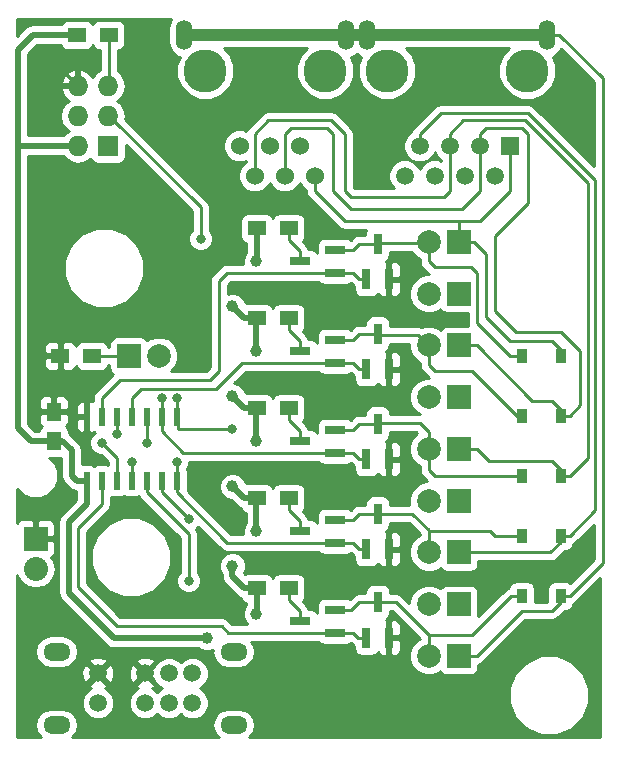
<source format=gtl>
G04 #@! TF.FileFunction,Copper,L1,Top,Signal*
%FSLAX46Y46*%
G04 Gerber Fmt 4.6, Leading zero omitted, Abs format (unit mm)*
G04 Created by KiCad (PCBNEW 4.0.2+dfsg1-stable) date Mon 29 Jan 2018 06:14:22 PM MST*
%MOMM*%
G01*
G04 APERTURE LIST*
%ADD10C,0.100000*%
%ADD11R,1.727200X1.727200*%
%ADD12O,1.727200X1.727200*%
%ADD13R,1.250000X1.500000*%
%ADD14R,0.910000X1.220000*%
%ADD15R,2.032000X2.032000*%
%ADD16O,2.032000X2.032000*%
%ADD17R,2.000000X2.000000*%
%ADD18C,2.000000*%
%ADD19R,1.800860X0.800100*%
%ADD20R,0.800100X1.800860*%
%ADD21R,1.500000X1.300000*%
%ADD22O,2.300000X1.500000*%
%ADD23C,1.500000*%
%ADD24R,0.600000X1.500000*%
%ADD25O,1.397000X2.540000*%
%ADD26C,3.649980*%
%ADD27R,1.501140X1.501140*%
%ADD28C,1.501140*%
%ADD29C,1.524000*%
%ADD30C,1.000000*%
%ADD31C,0.800000*%
%ADD32C,0.500000*%
%ADD33C,0.250000*%
%ADD34C,1.000000*%
%ADD35C,0.254000*%
G04 APERTURE END LIST*
D10*
D11*
X120142000Y-74930000D03*
D12*
X117602000Y-74930000D03*
X120142000Y-72390000D03*
X117602000Y-72390000D03*
X120142000Y-69850000D03*
X117602000Y-69850000D03*
D13*
X115570000Y-99929000D03*
X115570000Y-97429000D03*
D14*
X155210000Y-92710000D03*
X158480000Y-92710000D03*
X155210000Y-97790000D03*
X158480000Y-97790000D03*
X155210000Y-102870000D03*
X158480000Y-102870000D03*
X155210000Y-107950000D03*
X158480000Y-107950000D03*
X155210000Y-113030000D03*
X158480000Y-113030000D03*
D15*
X114046000Y-108204000D03*
D16*
X114046000Y-110744000D03*
D17*
X149860000Y-83058000D03*
D18*
X147320000Y-83058000D03*
D17*
X149860000Y-87439500D03*
D18*
X147320000Y-87439500D03*
D17*
X149860000Y-91821000D03*
D18*
X147320000Y-91821000D03*
D17*
X149860000Y-96202500D03*
D18*
X147320000Y-96202500D03*
D17*
X149860000Y-100584000D03*
D18*
X147320000Y-100584000D03*
D17*
X149860000Y-104965500D03*
D18*
X147320000Y-104965500D03*
D17*
X149860000Y-109347000D03*
D18*
X147320000Y-109347000D03*
D17*
X149860000Y-113728500D03*
D18*
X147320000Y-113728500D03*
D17*
X149860000Y-118110000D03*
D18*
X147320000Y-118110000D03*
D17*
X121920000Y-92710000D03*
D18*
X124460000Y-92710000D03*
D19*
X139423140Y-85659000D03*
X139423140Y-83759000D03*
X136420860Y-84709000D03*
X139423140Y-93279000D03*
X139423140Y-91379000D03*
X136420860Y-92329000D03*
X139423140Y-100899000D03*
X139423140Y-98999000D03*
X136420860Y-99949000D03*
X139423140Y-108519000D03*
X139423140Y-106619000D03*
X136420860Y-107569000D03*
X139423140Y-116139000D03*
X139423140Y-114239000D03*
X136420860Y-115189000D03*
D20*
X142052000Y-86210140D03*
X143952000Y-86210140D03*
X143002000Y-83207860D03*
X142052000Y-93830140D03*
X143952000Y-93830140D03*
X143002000Y-90827860D03*
X142052000Y-101450140D03*
X143952000Y-101450140D03*
X143002000Y-98447860D03*
X142052000Y-109070140D03*
X143952000Y-109070140D03*
X143002000Y-106067860D03*
X142052000Y-116563140D03*
X143952000Y-116563140D03*
X143002000Y-113560860D03*
D21*
X132762000Y-81915000D03*
X135462000Y-81915000D03*
X132762000Y-89535000D03*
X135462000Y-89535000D03*
X132762000Y-97155000D03*
X135462000Y-97155000D03*
X132762000Y-104775000D03*
X135462000Y-104775000D03*
X132762000Y-112395000D03*
X135462000Y-112395000D03*
X118825000Y-92710000D03*
X116125000Y-92710000D03*
X117522000Y-65532000D03*
X120222000Y-65532000D03*
D22*
X115817000Y-123953200D03*
X130817000Y-123953200D03*
X130817000Y-117753200D03*
D23*
X123317000Y-119603200D03*
X123317000Y-122103200D03*
X125317000Y-119603200D03*
X125317000Y-122103200D03*
X127317000Y-122103200D03*
X127317000Y-119603200D03*
X119317000Y-119603200D03*
X119317000Y-122103200D03*
D22*
X115817000Y-117753200D03*
D24*
X118364000Y-103284000D03*
X119634000Y-103284000D03*
X120904000Y-103284000D03*
X122174000Y-103284000D03*
X123444000Y-103284000D03*
X124714000Y-103284000D03*
X125984000Y-103284000D03*
X125984000Y-97884000D03*
X124714000Y-97884000D03*
X123444000Y-97884000D03*
X122174000Y-97884000D03*
X120904000Y-97884000D03*
X119634000Y-97884000D03*
X118364000Y-97884000D03*
D25*
X157353000Y-65532000D03*
D26*
X143794480Y-68580000D03*
X155663900Y-68580000D03*
D27*
X154178000Y-74930000D03*
D28*
X152908000Y-77470000D03*
X151638000Y-74930000D03*
X150368000Y-77470000D03*
X149098000Y-74930000D03*
X147828000Y-77470000D03*
X146558000Y-74930000D03*
X145288000Y-77470000D03*
D25*
X142113000Y-65532000D03*
D29*
X133858000Y-74930000D03*
X136398000Y-74930000D03*
X131318000Y-74930000D03*
X137668000Y-77470000D03*
X135128000Y-77470000D03*
X132588000Y-77470000D03*
D25*
X126619000Y-65532000D03*
X140335000Y-65532000D03*
D26*
X128397000Y-68580000D03*
X138557000Y-68580000D03*
D30*
X132715000Y-114554000D03*
X132715000Y-84709000D03*
X130683000Y-88519000D03*
X132715000Y-92329000D03*
X130683000Y-96139000D03*
X132715000Y-99949000D03*
X130683000Y-103759000D03*
X132715000Y-107569000D03*
X130683000Y-110490000D03*
X123444000Y-67183000D03*
X114046000Y-67183000D03*
X115824000Y-73660000D03*
X116078000Y-90424000D03*
X113919000Y-98298000D03*
X140335000Y-120650000D03*
X144018000Y-111506000D03*
X144018000Y-88519000D03*
X144018000Y-96139000D03*
X144018000Y-103759000D03*
X145288000Y-107569000D03*
X145288000Y-99949000D03*
X145288000Y-92329000D03*
X145288000Y-84709000D03*
X128524000Y-116586000D03*
D31*
X125984000Y-96266000D03*
X130683000Y-98933000D03*
X128016000Y-82804000D03*
X124714000Y-96266000D03*
X125984000Y-101727000D03*
X122174000Y-101727000D03*
X119634000Y-100076000D03*
X120904000Y-99314000D03*
X123444000Y-100076000D03*
X127000000Y-106553000D03*
X127000000Y-111760000D03*
D32*
X131699000Y-112395000D02*
X130683000Y-111379000D01*
X130683000Y-111379000D02*
X130683000Y-110490000D01*
X132762000Y-112395000D02*
X132762000Y-114507000D01*
D33*
X132762000Y-114507000D02*
X132715000Y-114554000D01*
D32*
X132762000Y-81915000D02*
X132762000Y-84662000D01*
D33*
X132762000Y-84662000D02*
X132715000Y-84709000D01*
D32*
X130683000Y-88519000D02*
X131699000Y-89535000D01*
X131699000Y-89535000D02*
X132762000Y-89535000D01*
D33*
X132762000Y-89535000D02*
X132715000Y-89582000D01*
D32*
X132715000Y-89582000D02*
X132715000Y-92329000D01*
X130683000Y-96139000D02*
X131699000Y-97155000D01*
X131699000Y-97155000D02*
X132762000Y-97155000D01*
D33*
X132762000Y-97155000D02*
X132715000Y-97202000D01*
D32*
X132715000Y-97202000D02*
X132715000Y-99949000D01*
X130683000Y-103759000D02*
X131699000Y-104775000D01*
X131699000Y-104775000D02*
X132762000Y-104775000D01*
D33*
X132762000Y-104775000D02*
X132715000Y-104822000D01*
D32*
X132715000Y-104822000D02*
X132715000Y-107569000D01*
X131699000Y-112395000D02*
X132762000Y-112395000D01*
D33*
X132762000Y-112395000D02*
X132715000Y-112442000D01*
X127317000Y-122103200D02*
X127387800Y-122174000D01*
X129794000Y-84709000D02*
X124079000Y-90424000D01*
X124079000Y-90424000D02*
X116078000Y-90424000D01*
X129794000Y-80518000D02*
X129794000Y-84709000D01*
X123444000Y-74168000D02*
X129794000Y-80518000D01*
X123444000Y-67183000D02*
X123444000Y-74168000D01*
X117602000Y-69850000D02*
X114935000Y-67183000D01*
X114935000Y-67183000D02*
X114046000Y-67183000D01*
X113919000Y-98298000D02*
X113919000Y-97917000D01*
X117602000Y-69850000D02*
X116380686Y-69850000D01*
X116380686Y-69850000D02*
X115824000Y-70406686D01*
X115824000Y-70406686D02*
X115824000Y-73660000D01*
X116125000Y-92710000D02*
X116125000Y-90471000D01*
X116125000Y-90471000D02*
X116078000Y-90424000D01*
X115570000Y-97429000D02*
X114407000Y-97429000D01*
X114407000Y-97429000D02*
X113919000Y-97917000D01*
X115824000Y-92409000D02*
X116125000Y-92710000D01*
X123317000Y-119603200D02*
X123317000Y-119507000D01*
X123317000Y-119507000D02*
X124714000Y-118110000D01*
X130810000Y-120650000D02*
X140335000Y-120650000D01*
X128270000Y-118110000D02*
X130810000Y-120650000D01*
X124714000Y-118110000D02*
X128270000Y-118110000D01*
X143952000Y-109070140D02*
X143952000Y-111440000D01*
X143952000Y-111440000D02*
X144018000Y-111506000D01*
X143952000Y-86210140D02*
X144018000Y-86276140D01*
X144018000Y-86276140D02*
X144018000Y-88519000D01*
X144018000Y-96139000D02*
X144018000Y-93896140D01*
X144018000Y-93896140D02*
X143952000Y-93830140D01*
X143952000Y-101450140D02*
X143952000Y-103693000D01*
X143952000Y-103693000D02*
X144018000Y-103759000D01*
X144675860Y-109070140D02*
X143952000Y-109070140D01*
X145288000Y-108458000D02*
X144675860Y-109070140D01*
X145288000Y-107569000D02*
X145288000Y-108458000D01*
X143952000Y-101450140D02*
X144675860Y-101450140D01*
X145288000Y-100838000D02*
X145288000Y-99949000D01*
X144675860Y-101450140D02*
X145288000Y-100838000D01*
X144675860Y-93830140D02*
X143952000Y-93830140D01*
X145288000Y-93218000D02*
X144675860Y-93830140D01*
X145288000Y-92329000D02*
X145288000Y-93218000D01*
X144675860Y-86210140D02*
X143952000Y-86210140D01*
X145288000Y-85598000D02*
X144675860Y-86210140D01*
X145288000Y-84709000D02*
X145288000Y-85598000D01*
D32*
X115570000Y-99929000D02*
X114695000Y-99929000D01*
X114695000Y-99929000D02*
X113645000Y-99929000D01*
X116840000Y-112776000D02*
X120650000Y-116586000D01*
X128524000Y-116586000D02*
X120650000Y-116586000D01*
X112522000Y-98806000D02*
X112522000Y-74930000D01*
X113645000Y-99929000D02*
X112522000Y-98806000D01*
X118364000Y-103284000D02*
X117508000Y-103284000D01*
X116312000Y-99929000D02*
X115570000Y-99929000D01*
X117094000Y-100711000D02*
X116312000Y-99929000D01*
X117094000Y-102870000D02*
X117094000Y-100711000D01*
X117508000Y-103284000D02*
X117094000Y-102870000D01*
X118364000Y-103284000D02*
X118364000Y-105283000D01*
X116840000Y-106807000D02*
X116840000Y-112776000D01*
X118364000Y-105283000D02*
X116840000Y-106807000D01*
X117602000Y-74930000D02*
X112522000Y-74930000D01*
X113792000Y-65532000D02*
X117522000Y-65532000D01*
X112522000Y-74930000D02*
X112522000Y-66802000D01*
X112522000Y-66802000D02*
X113792000Y-65532000D01*
D33*
X149860000Y-83058000D02*
X149860000Y-81280000D01*
X158480000Y-92710000D02*
X158480000Y-92186000D01*
X158480000Y-92186000D02*
X157734000Y-91440000D01*
X151130000Y-83058000D02*
X149860000Y-83058000D01*
X152146000Y-84074000D02*
X151130000Y-83058000D01*
X152146000Y-89408000D02*
X152146000Y-84074000D01*
X154178000Y-91440000D02*
X152146000Y-89408000D01*
X157734000Y-91440000D02*
X154178000Y-91440000D01*
X154178000Y-74930000D02*
X154178000Y-78740000D01*
X154178000Y-78740000D02*
X151638000Y-81280000D01*
X151638000Y-81280000D02*
X149860000Y-81280000D01*
X137668000Y-77470000D02*
X137668000Y-78740000D01*
X140208000Y-81280000D02*
X149860000Y-81280000D01*
X137668000Y-78740000D02*
X140208000Y-81280000D01*
X158496000Y-92694000D02*
X158480000Y-92710000D01*
X149860000Y-91821000D02*
X151384000Y-91821000D01*
X157734000Y-96520000D02*
X158480000Y-97266000D01*
X156083000Y-96520000D02*
X157734000Y-96520000D01*
X151384000Y-91821000D02*
X156083000Y-96520000D01*
X158480000Y-97266000D02*
X158480000Y-97790000D01*
X135128000Y-77470000D02*
X135128000Y-73914000D01*
X151638000Y-78740000D02*
X151638000Y-74930000D01*
X150114000Y-80264000D02*
X151638000Y-78740000D01*
X140716000Y-80264000D02*
X150114000Y-80264000D01*
X139192000Y-78740000D02*
X140716000Y-80264000D01*
X139192000Y-73914000D02*
X139192000Y-78740000D01*
X138684000Y-73406000D02*
X139192000Y-73914000D01*
X135636000Y-73406000D02*
X138684000Y-73406000D01*
X135128000Y-73914000D02*
X135636000Y-73406000D01*
X158480000Y-97790000D02*
X159258000Y-97790000D01*
X151638000Y-73914000D02*
X151638000Y-74930000D01*
X152146000Y-73406000D02*
X151638000Y-73914000D01*
X155194000Y-73406000D02*
X152146000Y-73406000D01*
X155702000Y-73914000D02*
X155194000Y-73406000D01*
X155702000Y-79756000D02*
X155702000Y-73914000D01*
X152908000Y-82550000D02*
X155702000Y-79756000D01*
X152908000Y-88900000D02*
X152908000Y-82550000D01*
X154686000Y-90678000D02*
X152908000Y-88900000D01*
X158496000Y-90678000D02*
X154686000Y-90678000D01*
X160147000Y-92329000D02*
X158496000Y-90678000D01*
X160147000Y-96901000D02*
X160147000Y-92329000D01*
X159258000Y-97790000D02*
X160147000Y-96901000D01*
X149860000Y-100584000D02*
X151384000Y-100584000D01*
X157734000Y-101600000D02*
X158480000Y-102346000D01*
X152400000Y-101600000D02*
X157734000Y-101600000D01*
X151384000Y-100584000D02*
X152400000Y-101600000D01*
X158480000Y-102346000D02*
X158480000Y-102870000D01*
X149098000Y-74930000D02*
X149098000Y-78740000D01*
X132588000Y-73914000D02*
X132588000Y-77470000D01*
X133731000Y-72771000D02*
X132588000Y-73914000D01*
X139065000Y-72771000D02*
X133731000Y-72771000D01*
X140208000Y-73914000D02*
X139065000Y-72771000D01*
X140208000Y-78740000D02*
X140208000Y-73914000D01*
X140716000Y-79248000D02*
X140208000Y-78740000D01*
X148590000Y-79248000D02*
X140716000Y-79248000D01*
X149098000Y-78740000D02*
X148590000Y-79248000D01*
X149098000Y-74930000D02*
X149098000Y-73914000D01*
X159258000Y-102870000D02*
X158480000Y-102870000D01*
X160782000Y-101346000D02*
X159258000Y-102870000D01*
X160782000Y-78105000D02*
X160782000Y-101346000D01*
X155448000Y-72771000D02*
X160782000Y-78105000D01*
X150241000Y-72771000D02*
X155448000Y-72771000D01*
X149098000Y-73914000D02*
X150241000Y-72771000D01*
X158480000Y-107950000D02*
X158480000Y-108474000D01*
X158480000Y-108474000D02*
X157607000Y-109347000D01*
X157607000Y-109347000D02*
X149860000Y-109347000D01*
X158480000Y-107950000D02*
X159258000Y-107950000D01*
X146558000Y-73914000D02*
X146558000Y-74930000D01*
X148336000Y-72136000D02*
X146558000Y-73914000D01*
X155702000Y-72136000D02*
X148336000Y-72136000D01*
X161417000Y-77851000D02*
X155702000Y-72136000D01*
X161417000Y-105791000D02*
X161417000Y-77851000D01*
X159258000Y-107950000D02*
X161417000Y-105791000D01*
X157353000Y-65532000D02*
X158369000Y-65532000D01*
X159258000Y-113030000D02*
X158480000Y-113030000D01*
X162052000Y-110236000D02*
X159258000Y-113030000D01*
X162052000Y-69215000D02*
X162052000Y-110236000D01*
X158369000Y-65532000D02*
X162052000Y-69215000D01*
D34*
X142113000Y-65532000D02*
X157353000Y-65532000D01*
D33*
X158480000Y-113030000D02*
X158480000Y-113554000D01*
X158480000Y-113554000D02*
X157734000Y-114300000D01*
X151384000Y-118110000D02*
X149860000Y-118110000D01*
X155194000Y-114300000D02*
X151384000Y-118110000D01*
X157734000Y-114300000D02*
X155194000Y-114300000D01*
D34*
X142113000Y-65532000D02*
X140335000Y-65532000D01*
X140335000Y-65532000D02*
X126619000Y-65532000D01*
D33*
X125984000Y-97884000D02*
X125984000Y-96266000D01*
X126111000Y-98933000D02*
X126111000Y-98011000D01*
X130683000Y-98933000D02*
X126111000Y-98933000D01*
X126111000Y-98011000D02*
X125984000Y-97884000D01*
X128016000Y-80137000D02*
X128016000Y-82804000D01*
X124714000Y-97884000D02*
X124714000Y-96266000D01*
X128016000Y-80137000D02*
X120269000Y-72390000D01*
X120269000Y-72390000D02*
X120142000Y-72390000D01*
X139423140Y-100899000D02*
X126553000Y-100899000D01*
X124714000Y-99060000D02*
X124714000Y-97884000D01*
X126553000Y-100899000D02*
X124714000Y-99060000D01*
X142052000Y-101450140D02*
X141455140Y-101450140D01*
X140904000Y-100899000D02*
X139423140Y-100899000D01*
X141455140Y-101450140D02*
X140904000Y-100899000D01*
X125984000Y-103284000D02*
X125984000Y-101727000D01*
X139423140Y-108519000D02*
X130236000Y-108519000D01*
X125984000Y-104267000D02*
X125984000Y-103284000D01*
X130236000Y-108519000D02*
X125984000Y-104267000D01*
X142052000Y-109070140D02*
X141455140Y-109070140D01*
X140904000Y-108519000D02*
X139423140Y-108519000D01*
X141455140Y-109070140D02*
X140904000Y-108519000D01*
X122174000Y-103284000D02*
X122174000Y-101727000D01*
X120142000Y-69850000D02*
X120222000Y-69770000D01*
X120222000Y-69770000D02*
X120222000Y-65532000D01*
X120904000Y-103284000D02*
X120904000Y-101346000D01*
X120904000Y-101346000D02*
X119634000Y-100076000D01*
X119634000Y-97884000D02*
X119634000Y-96266000D01*
X130241000Y-85659000D02*
X139423140Y-85659000D01*
X129540000Y-86360000D02*
X130241000Y-85659000D01*
X129540000Y-93980000D02*
X129540000Y-86360000D01*
X128778000Y-94742000D02*
X129540000Y-93980000D01*
X121158000Y-94742000D02*
X128778000Y-94742000D01*
X119634000Y-96266000D02*
X121158000Y-94742000D01*
X142052000Y-86210140D02*
X141455140Y-86210140D01*
X140904000Y-85659000D02*
X139423140Y-85659000D01*
X141455140Y-86210140D02*
X140904000Y-85659000D01*
X135462000Y-81915000D02*
X135462000Y-82884000D01*
X136420860Y-83842860D02*
X136420860Y-84709000D01*
X135462000Y-82884000D02*
X136420860Y-83842860D01*
X120904000Y-99314000D02*
X120904000Y-97884000D01*
X139423140Y-93279000D02*
X131511000Y-93279000D01*
X122174000Y-96266000D02*
X122174000Y-97884000D01*
X122936000Y-95504000D02*
X122174000Y-96266000D01*
X129286000Y-95504000D02*
X122936000Y-95504000D01*
X131511000Y-93279000D02*
X129286000Y-95504000D01*
X142052000Y-93830140D02*
X141455140Y-93830140D01*
X140904000Y-93279000D02*
X139423140Y-93279000D01*
X141455140Y-93830140D02*
X140904000Y-93279000D01*
X135462000Y-89535000D02*
X135462000Y-90504000D01*
X136420860Y-91462860D02*
X136420860Y-92329000D01*
X135462000Y-90504000D02*
X136420860Y-91462860D01*
X123444000Y-100076000D02*
X123444000Y-97884000D01*
X135462000Y-97155000D02*
X135462000Y-98124000D01*
X136420860Y-99082860D02*
X136420860Y-99949000D01*
X135462000Y-98124000D02*
X136420860Y-99082860D01*
X135462000Y-104775000D02*
X135462000Y-105744000D01*
X136420860Y-106702860D02*
X136420860Y-107569000D01*
X135462000Y-105744000D02*
X136420860Y-106702860D01*
X124714000Y-103284000D02*
X124714000Y-104267000D01*
X124714000Y-104267000D02*
X127000000Y-106553000D01*
X117602000Y-112268000D02*
X120904000Y-115570000D01*
X130363000Y-116139000D02*
X129794000Y-115570000D01*
X129794000Y-115570000D02*
X120904000Y-115570000D01*
X139423140Y-116139000D02*
X130363000Y-116139000D01*
X119634000Y-103284000D02*
X119634000Y-105283000D01*
X117602000Y-107315000D02*
X117602000Y-112268000D01*
X119634000Y-105283000D02*
X117602000Y-107315000D01*
X139362140Y-116078000D02*
X139423140Y-116139000D01*
X142052000Y-116563140D02*
X141328140Y-116563140D01*
X140904000Y-116139000D02*
X139423140Y-116139000D01*
X141328140Y-116563140D02*
X140904000Y-116139000D01*
X135462000Y-112395000D02*
X135462000Y-113364000D01*
X136420860Y-114322860D02*
X136420860Y-115189000D01*
X135462000Y-113364000D02*
X136420860Y-114322860D01*
X127000000Y-107823000D02*
X127000000Y-111760000D01*
X123444000Y-104267000D02*
X127000000Y-107823000D01*
X123444000Y-103284000D02*
X123444000Y-104267000D01*
X118825000Y-92710000D02*
X121920000Y-92710000D01*
X143002000Y-83207860D02*
X141455140Y-83207860D01*
X140904000Y-83759000D02*
X139423140Y-83759000D01*
X141455140Y-83207860D02*
X140904000Y-83759000D01*
X143002000Y-83207860D02*
X143024860Y-83185000D01*
X143024860Y-83185000D02*
X147193000Y-83185000D01*
X147193000Y-83185000D02*
X147320000Y-83058000D01*
X147320000Y-83058000D02*
X147320000Y-84709000D01*
X154178000Y-92710000D02*
X155210000Y-92710000D01*
X151384000Y-89916000D02*
X154178000Y-92710000D01*
X151384000Y-85725000D02*
X151384000Y-89916000D01*
X150876000Y-85217000D02*
X151384000Y-85725000D01*
X147828000Y-85217000D02*
X150876000Y-85217000D01*
X147320000Y-84709000D02*
X147828000Y-85217000D01*
X143002000Y-90827860D02*
X141455140Y-90827860D01*
X140904000Y-91379000D02*
X139423140Y-91379000D01*
X141455140Y-90827860D02*
X140904000Y-91379000D01*
X143002000Y-90827860D02*
X143106140Y-90932000D01*
X143106140Y-90932000D02*
X146431000Y-90932000D01*
X146431000Y-90932000D02*
X147320000Y-91821000D01*
X155210000Y-97790000D02*
X154813000Y-97790000D01*
X154813000Y-97790000D02*
X151003000Y-93980000D01*
X151003000Y-93980000D02*
X147828000Y-93980000D01*
X147828000Y-93980000D02*
X147320000Y-93472000D01*
X147320000Y-93472000D02*
X147320000Y-91821000D01*
X143002000Y-98447860D02*
X141455140Y-98447860D01*
X140904000Y-98999000D02*
X139423140Y-98999000D01*
X141455140Y-98447860D02*
X140904000Y-98999000D01*
X143002000Y-98447860D02*
X143024860Y-98425000D01*
X143024860Y-98425000D02*
X146558000Y-98425000D01*
X146558000Y-98425000D02*
X147320000Y-99187000D01*
X147320000Y-99187000D02*
X147320000Y-100584000D01*
X155210000Y-102870000D02*
X147828000Y-102870000D01*
X147320000Y-102362000D02*
X147320000Y-100584000D01*
X147828000Y-102870000D02*
X147320000Y-102362000D01*
X143002000Y-106067860D02*
X141455140Y-106067860D01*
X140904000Y-106619000D02*
X139423140Y-106619000D01*
X141455140Y-106067860D02*
X140904000Y-106619000D01*
X147320000Y-107569000D02*
X152527000Y-107569000D01*
X152908000Y-107950000D02*
X155210000Y-107950000D01*
X152527000Y-107569000D02*
X152908000Y-107950000D01*
X143002000Y-106067860D02*
X145945860Y-106067860D01*
X147320000Y-107442000D02*
X147320000Y-107569000D01*
X147320000Y-107569000D02*
X147320000Y-109347000D01*
X145945860Y-106067860D02*
X147320000Y-107442000D01*
X143002000Y-113560860D02*
X141455140Y-113560860D01*
X140777000Y-114239000D02*
X139423140Y-114239000D01*
X141455140Y-113560860D02*
X140777000Y-114239000D01*
X147320000Y-116332000D02*
X151003000Y-116332000D01*
X154305000Y-113030000D02*
X155210000Y-113030000D01*
X151003000Y-116332000D02*
X154305000Y-113030000D01*
X143002000Y-113560860D02*
X144548860Y-113560860D01*
X144548860Y-113560860D02*
X147320000Y-116332000D01*
X147320000Y-116332000D02*
X147320000Y-118110000D01*
D35*
G36*
X116209000Y-102869995D02*
X116208999Y-102870000D01*
X116259126Y-103122000D01*
X116276367Y-103208675D01*
X116409151Y-103407401D01*
X116468210Y-103495790D01*
X116882208Y-103909787D01*
X116882210Y-103909790D01*
X117141681Y-104083162D01*
X117169325Y-104101633D01*
X117439394Y-104155353D01*
X117460838Y-104269317D01*
X117479000Y-104297542D01*
X117479000Y-104916421D01*
X116214210Y-106181210D01*
X116022367Y-106468325D01*
X116022367Y-106468326D01*
X115954999Y-106807000D01*
X115955000Y-106807005D01*
X115955000Y-112775995D01*
X115954999Y-112776000D01*
X115995459Y-112979401D01*
X116022367Y-113114675D01*
X116160121Y-113320839D01*
X116214210Y-113401790D01*
X120024208Y-117211787D01*
X120024210Y-117211790D01*
X120311325Y-117403633D01*
X120367516Y-117414810D01*
X120650000Y-117471001D01*
X120650005Y-117471000D01*
X127803724Y-117471000D01*
X127880235Y-117547645D01*
X128297244Y-117720803D01*
X128748775Y-117721197D01*
X129026197Y-117606568D01*
X128997030Y-117753200D01*
X129102457Y-118283217D01*
X129402687Y-118732543D01*
X129852013Y-119032773D01*
X130382030Y-119138200D01*
X131251970Y-119138200D01*
X131781987Y-119032773D01*
X132231313Y-118732543D01*
X132531543Y-118283217D01*
X132636970Y-117753200D01*
X132531543Y-117223183D01*
X132314931Y-116899000D01*
X137999747Y-116899000D01*
X138058620Y-116990491D01*
X138270820Y-117135481D01*
X138522710Y-117186490D01*
X140323570Y-117186490D01*
X140558887Y-117142212D01*
X140725316Y-117035118D01*
X140790739Y-117100541D01*
X141004510Y-117243378D01*
X141004510Y-117463570D01*
X141048788Y-117698887D01*
X141187860Y-117915011D01*
X141400060Y-118060001D01*
X141651950Y-118111010D01*
X142452050Y-118111010D01*
X142687367Y-118066732D01*
X142903491Y-117927660D01*
X142998977Y-117787911D01*
X143013623Y-117823269D01*
X143192252Y-118001897D01*
X143425641Y-118098570D01*
X143666250Y-118098570D01*
X143825000Y-117939820D01*
X143825000Y-116690140D01*
X144079000Y-116690140D01*
X144079000Y-117939820D01*
X144237750Y-118098570D01*
X144478359Y-118098570D01*
X144711748Y-118001897D01*
X144890377Y-117823269D01*
X144987050Y-117589880D01*
X144987050Y-116848890D01*
X144828300Y-116690140D01*
X144079000Y-116690140D01*
X143825000Y-116690140D01*
X143805000Y-116690140D01*
X143805000Y-116436140D01*
X143825000Y-116436140D01*
X143825000Y-115186460D01*
X144079000Y-115186460D01*
X144079000Y-116436140D01*
X144828300Y-116436140D01*
X144987050Y-116277390D01*
X144987050Y-115536400D01*
X144890377Y-115303011D01*
X144711748Y-115124383D01*
X144478359Y-115027710D01*
X144237750Y-115027710D01*
X144079000Y-115186460D01*
X143825000Y-115186460D01*
X143677297Y-115038757D01*
X143853491Y-114925380D01*
X143998481Y-114713180D01*
X144049490Y-114461290D01*
X144049490Y-114320860D01*
X144234058Y-114320860D01*
X146560000Y-116646802D01*
X146560000Y-116654953D01*
X146395057Y-116723106D01*
X145934722Y-117182637D01*
X145685284Y-117783352D01*
X145684716Y-118433795D01*
X145933106Y-119034943D01*
X146392637Y-119495278D01*
X146993352Y-119744716D01*
X147643795Y-119745284D01*
X148244943Y-119496894D01*
X148311574Y-119430379D01*
X148395910Y-119561441D01*
X148608110Y-119706431D01*
X148860000Y-119757440D01*
X150860000Y-119757440D01*
X151095317Y-119713162D01*
X151311441Y-119574090D01*
X151456431Y-119361890D01*
X151507440Y-119110000D01*
X151507440Y-118845446D01*
X151674839Y-118812148D01*
X151921401Y-118647401D01*
X155508802Y-115060000D01*
X157734000Y-115060000D01*
X158024839Y-115002148D01*
X158271401Y-114837401D01*
X158821362Y-114287440D01*
X158935000Y-114287440D01*
X159170317Y-114243162D01*
X159386441Y-114104090D01*
X159531431Y-113891890D01*
X159566118Y-113720603D01*
X159795401Y-113567401D01*
X161850000Y-111512802D01*
X161850000Y-125020000D01*
X132100424Y-125020000D01*
X132231313Y-124932543D01*
X132531543Y-124483217D01*
X132636970Y-123953200D01*
X132531543Y-123423183D01*
X132231313Y-122973857D01*
X131781987Y-122673627D01*
X131251970Y-122568200D01*
X130382030Y-122568200D01*
X129852013Y-122673627D01*
X129402687Y-122973857D01*
X129102457Y-123423183D01*
X128997030Y-123953200D01*
X129102457Y-124483217D01*
X129402687Y-124932543D01*
X129533576Y-125020000D01*
X117100424Y-125020000D01*
X117231313Y-124932543D01*
X117531543Y-124483217D01*
X117636970Y-123953200D01*
X117531543Y-123423183D01*
X117231313Y-122973857D01*
X116781987Y-122673627D01*
X116251970Y-122568200D01*
X115382030Y-122568200D01*
X114852013Y-122673627D01*
X114402687Y-122973857D01*
X114102457Y-123423183D01*
X113997030Y-123953200D01*
X114102457Y-124483217D01*
X114402687Y-124932543D01*
X114533576Y-125020000D01*
X112470000Y-125020000D01*
X112470000Y-122377485D01*
X117931760Y-122377485D01*
X118142169Y-122886715D01*
X118531436Y-123276661D01*
X119040298Y-123487959D01*
X119591285Y-123488440D01*
X120100515Y-123278031D01*
X120490461Y-122888764D01*
X120701759Y-122379902D01*
X120701761Y-122377485D01*
X121931760Y-122377485D01*
X122142169Y-122886715D01*
X122531436Y-123276661D01*
X123040298Y-123487959D01*
X123591285Y-123488440D01*
X124100515Y-123278031D01*
X124317036Y-123061887D01*
X124531436Y-123276661D01*
X125040298Y-123487959D01*
X125591285Y-123488440D01*
X126100515Y-123278031D01*
X126317036Y-123061887D01*
X126531436Y-123276661D01*
X127040298Y-123487959D01*
X127591285Y-123488440D01*
X128100515Y-123278031D01*
X128490461Y-122888764D01*
X128701759Y-122379902D01*
X128701974Y-122133164D01*
X154145214Y-122133164D01*
X154659463Y-123377743D01*
X155610848Y-124330790D01*
X156854528Y-124847211D01*
X158201164Y-124848386D01*
X159445743Y-124334137D01*
X160398790Y-123382752D01*
X160915211Y-122139072D01*
X160916386Y-120792436D01*
X160402137Y-119547857D01*
X159450752Y-118594810D01*
X158207072Y-118078389D01*
X156860436Y-118077214D01*
X155615857Y-118591463D01*
X154662810Y-119542848D01*
X154146389Y-120786528D01*
X154145214Y-122133164D01*
X128701974Y-122133164D01*
X128702240Y-121828915D01*
X128491831Y-121319685D01*
X128102564Y-120929739D01*
X127918414Y-120853273D01*
X128100515Y-120778031D01*
X128490461Y-120388764D01*
X128701759Y-119879902D01*
X128702240Y-119328915D01*
X128491831Y-118819685D01*
X128102564Y-118429739D01*
X127593702Y-118218441D01*
X127042715Y-118217960D01*
X126533485Y-118428369D01*
X126316964Y-118644513D01*
X126102564Y-118429739D01*
X125593702Y-118218441D01*
X125042715Y-118217960D01*
X124533485Y-118428369D01*
X124143539Y-118817636D01*
X124045099Y-119054706D01*
X123496605Y-119603200D01*
X124045033Y-120151628D01*
X124142169Y-120386715D01*
X124531436Y-120776661D01*
X124715586Y-120853127D01*
X124533485Y-120928369D01*
X124316964Y-121144513D01*
X124102564Y-120929739D01*
X123934246Y-120859847D01*
X124040923Y-120815660D01*
X124108912Y-120574717D01*
X123317000Y-119782805D01*
X122525088Y-120574717D01*
X122593077Y-120815660D01*
X122707611Y-120856422D01*
X122533485Y-120928369D01*
X122143539Y-121317636D01*
X121932241Y-121826498D01*
X121931760Y-122377485D01*
X120701761Y-122377485D01*
X120702240Y-121828915D01*
X120491831Y-121319685D01*
X120102564Y-120929739D01*
X119934246Y-120859847D01*
X120040923Y-120815660D01*
X120108912Y-120574717D01*
X119317000Y-119782805D01*
X118525088Y-120574717D01*
X118593077Y-120815660D01*
X118707611Y-120856422D01*
X118533485Y-120928369D01*
X118143539Y-121317636D01*
X117932241Y-121826498D01*
X117931760Y-122377485D01*
X112470000Y-122377485D01*
X112470000Y-119398371D01*
X117919799Y-119398371D01*
X117947770Y-119948648D01*
X118104540Y-120327123D01*
X118345483Y-120395112D01*
X119137395Y-119603200D01*
X119496605Y-119603200D01*
X120288517Y-120395112D01*
X120529460Y-120327123D01*
X120714201Y-119808029D01*
X120693378Y-119398371D01*
X121919799Y-119398371D01*
X121947770Y-119948648D01*
X122104540Y-120327123D01*
X122345483Y-120395112D01*
X123137395Y-119603200D01*
X122345483Y-118811288D01*
X122104540Y-118879277D01*
X121919799Y-119398371D01*
X120693378Y-119398371D01*
X120686230Y-119257752D01*
X120529460Y-118879277D01*
X120288517Y-118811288D01*
X119496605Y-119603200D01*
X119137395Y-119603200D01*
X118345483Y-118811288D01*
X118104540Y-118879277D01*
X117919799Y-119398371D01*
X112470000Y-119398371D01*
X112470000Y-117753200D01*
X113997030Y-117753200D01*
X114102457Y-118283217D01*
X114402687Y-118732543D01*
X114852013Y-119032773D01*
X115382030Y-119138200D01*
X116251970Y-119138200D01*
X116781987Y-119032773D01*
X117231313Y-118732543D01*
X117298705Y-118631683D01*
X118525088Y-118631683D01*
X119317000Y-119423595D01*
X120108912Y-118631683D01*
X122525088Y-118631683D01*
X123317000Y-119423595D01*
X124108912Y-118631683D01*
X124040923Y-118390740D01*
X123521829Y-118205999D01*
X122971552Y-118233970D01*
X122593077Y-118390740D01*
X122525088Y-118631683D01*
X120108912Y-118631683D01*
X120040923Y-118390740D01*
X119521829Y-118205999D01*
X118971552Y-118233970D01*
X118593077Y-118390740D01*
X118525088Y-118631683D01*
X117298705Y-118631683D01*
X117531543Y-118283217D01*
X117636970Y-117753200D01*
X117531543Y-117223183D01*
X117231313Y-116773857D01*
X116781987Y-116473627D01*
X116251970Y-116368200D01*
X115382030Y-116368200D01*
X114852013Y-116473627D01*
X114402687Y-116773857D01*
X114102457Y-117223183D01*
X113997030Y-117753200D01*
X112470000Y-117753200D01*
X112470000Y-111283659D01*
X112488330Y-111375810D01*
X112846222Y-111911433D01*
X113381845Y-112269325D01*
X114013655Y-112395000D01*
X114078345Y-112395000D01*
X114710155Y-112269325D01*
X115245778Y-111911433D01*
X115603670Y-111375810D01*
X115729345Y-110744000D01*
X115603670Y-110112190D01*
X115379034Y-109775999D01*
X115421698Y-109758327D01*
X115600327Y-109579699D01*
X115697000Y-109346310D01*
X115697000Y-108489750D01*
X115538250Y-108331000D01*
X114173000Y-108331000D01*
X114173000Y-108351000D01*
X113919000Y-108351000D01*
X113919000Y-108331000D01*
X113899000Y-108331000D01*
X113899000Y-108077000D01*
X113919000Y-108077000D01*
X113919000Y-106711750D01*
X114173000Y-106711750D01*
X114173000Y-108077000D01*
X115538250Y-108077000D01*
X115697000Y-107918250D01*
X115697000Y-107061690D01*
X115600327Y-106828301D01*
X115421698Y-106649673D01*
X115188309Y-106553000D01*
X114331750Y-106553000D01*
X114173000Y-106711750D01*
X113919000Y-106711750D01*
X113760250Y-106553000D01*
X112903691Y-106553000D01*
X112670302Y-106649673D01*
X112491673Y-106828301D01*
X112470000Y-106880624D01*
X112470000Y-103959369D01*
X112976839Y-104467093D01*
X113669405Y-104754672D01*
X114419305Y-104755326D01*
X115112372Y-104468957D01*
X115643093Y-103939161D01*
X115930672Y-103246595D01*
X115931326Y-102496695D01*
X115644957Y-101803628D01*
X115168601Y-101326440D01*
X116195000Y-101326440D01*
X116209000Y-101323806D01*
X116209000Y-102869995D01*
X116209000Y-102869995D01*
G37*
X116209000Y-102869995D02*
X116208999Y-102870000D01*
X116259126Y-103122000D01*
X116276367Y-103208675D01*
X116409151Y-103407401D01*
X116468210Y-103495790D01*
X116882208Y-103909787D01*
X116882210Y-103909790D01*
X117141681Y-104083162D01*
X117169325Y-104101633D01*
X117439394Y-104155353D01*
X117460838Y-104269317D01*
X117479000Y-104297542D01*
X117479000Y-104916421D01*
X116214210Y-106181210D01*
X116022367Y-106468325D01*
X116022367Y-106468326D01*
X115954999Y-106807000D01*
X115955000Y-106807005D01*
X115955000Y-112775995D01*
X115954999Y-112776000D01*
X115995459Y-112979401D01*
X116022367Y-113114675D01*
X116160121Y-113320839D01*
X116214210Y-113401790D01*
X120024208Y-117211787D01*
X120024210Y-117211790D01*
X120311325Y-117403633D01*
X120367516Y-117414810D01*
X120650000Y-117471001D01*
X120650005Y-117471000D01*
X127803724Y-117471000D01*
X127880235Y-117547645D01*
X128297244Y-117720803D01*
X128748775Y-117721197D01*
X129026197Y-117606568D01*
X128997030Y-117753200D01*
X129102457Y-118283217D01*
X129402687Y-118732543D01*
X129852013Y-119032773D01*
X130382030Y-119138200D01*
X131251970Y-119138200D01*
X131781987Y-119032773D01*
X132231313Y-118732543D01*
X132531543Y-118283217D01*
X132636970Y-117753200D01*
X132531543Y-117223183D01*
X132314931Y-116899000D01*
X137999747Y-116899000D01*
X138058620Y-116990491D01*
X138270820Y-117135481D01*
X138522710Y-117186490D01*
X140323570Y-117186490D01*
X140558887Y-117142212D01*
X140725316Y-117035118D01*
X140790739Y-117100541D01*
X141004510Y-117243378D01*
X141004510Y-117463570D01*
X141048788Y-117698887D01*
X141187860Y-117915011D01*
X141400060Y-118060001D01*
X141651950Y-118111010D01*
X142452050Y-118111010D01*
X142687367Y-118066732D01*
X142903491Y-117927660D01*
X142998977Y-117787911D01*
X143013623Y-117823269D01*
X143192252Y-118001897D01*
X143425641Y-118098570D01*
X143666250Y-118098570D01*
X143825000Y-117939820D01*
X143825000Y-116690140D01*
X144079000Y-116690140D01*
X144079000Y-117939820D01*
X144237750Y-118098570D01*
X144478359Y-118098570D01*
X144711748Y-118001897D01*
X144890377Y-117823269D01*
X144987050Y-117589880D01*
X144987050Y-116848890D01*
X144828300Y-116690140D01*
X144079000Y-116690140D01*
X143825000Y-116690140D01*
X143805000Y-116690140D01*
X143805000Y-116436140D01*
X143825000Y-116436140D01*
X143825000Y-115186460D01*
X144079000Y-115186460D01*
X144079000Y-116436140D01*
X144828300Y-116436140D01*
X144987050Y-116277390D01*
X144987050Y-115536400D01*
X144890377Y-115303011D01*
X144711748Y-115124383D01*
X144478359Y-115027710D01*
X144237750Y-115027710D01*
X144079000Y-115186460D01*
X143825000Y-115186460D01*
X143677297Y-115038757D01*
X143853491Y-114925380D01*
X143998481Y-114713180D01*
X144049490Y-114461290D01*
X144049490Y-114320860D01*
X144234058Y-114320860D01*
X146560000Y-116646802D01*
X146560000Y-116654953D01*
X146395057Y-116723106D01*
X145934722Y-117182637D01*
X145685284Y-117783352D01*
X145684716Y-118433795D01*
X145933106Y-119034943D01*
X146392637Y-119495278D01*
X146993352Y-119744716D01*
X147643795Y-119745284D01*
X148244943Y-119496894D01*
X148311574Y-119430379D01*
X148395910Y-119561441D01*
X148608110Y-119706431D01*
X148860000Y-119757440D01*
X150860000Y-119757440D01*
X151095317Y-119713162D01*
X151311441Y-119574090D01*
X151456431Y-119361890D01*
X151507440Y-119110000D01*
X151507440Y-118845446D01*
X151674839Y-118812148D01*
X151921401Y-118647401D01*
X155508802Y-115060000D01*
X157734000Y-115060000D01*
X158024839Y-115002148D01*
X158271401Y-114837401D01*
X158821362Y-114287440D01*
X158935000Y-114287440D01*
X159170317Y-114243162D01*
X159386441Y-114104090D01*
X159531431Y-113891890D01*
X159566118Y-113720603D01*
X159795401Y-113567401D01*
X161850000Y-111512802D01*
X161850000Y-125020000D01*
X132100424Y-125020000D01*
X132231313Y-124932543D01*
X132531543Y-124483217D01*
X132636970Y-123953200D01*
X132531543Y-123423183D01*
X132231313Y-122973857D01*
X131781987Y-122673627D01*
X131251970Y-122568200D01*
X130382030Y-122568200D01*
X129852013Y-122673627D01*
X129402687Y-122973857D01*
X129102457Y-123423183D01*
X128997030Y-123953200D01*
X129102457Y-124483217D01*
X129402687Y-124932543D01*
X129533576Y-125020000D01*
X117100424Y-125020000D01*
X117231313Y-124932543D01*
X117531543Y-124483217D01*
X117636970Y-123953200D01*
X117531543Y-123423183D01*
X117231313Y-122973857D01*
X116781987Y-122673627D01*
X116251970Y-122568200D01*
X115382030Y-122568200D01*
X114852013Y-122673627D01*
X114402687Y-122973857D01*
X114102457Y-123423183D01*
X113997030Y-123953200D01*
X114102457Y-124483217D01*
X114402687Y-124932543D01*
X114533576Y-125020000D01*
X112470000Y-125020000D01*
X112470000Y-122377485D01*
X117931760Y-122377485D01*
X118142169Y-122886715D01*
X118531436Y-123276661D01*
X119040298Y-123487959D01*
X119591285Y-123488440D01*
X120100515Y-123278031D01*
X120490461Y-122888764D01*
X120701759Y-122379902D01*
X120701761Y-122377485D01*
X121931760Y-122377485D01*
X122142169Y-122886715D01*
X122531436Y-123276661D01*
X123040298Y-123487959D01*
X123591285Y-123488440D01*
X124100515Y-123278031D01*
X124317036Y-123061887D01*
X124531436Y-123276661D01*
X125040298Y-123487959D01*
X125591285Y-123488440D01*
X126100515Y-123278031D01*
X126317036Y-123061887D01*
X126531436Y-123276661D01*
X127040298Y-123487959D01*
X127591285Y-123488440D01*
X128100515Y-123278031D01*
X128490461Y-122888764D01*
X128701759Y-122379902D01*
X128701974Y-122133164D01*
X154145214Y-122133164D01*
X154659463Y-123377743D01*
X155610848Y-124330790D01*
X156854528Y-124847211D01*
X158201164Y-124848386D01*
X159445743Y-124334137D01*
X160398790Y-123382752D01*
X160915211Y-122139072D01*
X160916386Y-120792436D01*
X160402137Y-119547857D01*
X159450752Y-118594810D01*
X158207072Y-118078389D01*
X156860436Y-118077214D01*
X155615857Y-118591463D01*
X154662810Y-119542848D01*
X154146389Y-120786528D01*
X154145214Y-122133164D01*
X128701974Y-122133164D01*
X128702240Y-121828915D01*
X128491831Y-121319685D01*
X128102564Y-120929739D01*
X127918414Y-120853273D01*
X128100515Y-120778031D01*
X128490461Y-120388764D01*
X128701759Y-119879902D01*
X128702240Y-119328915D01*
X128491831Y-118819685D01*
X128102564Y-118429739D01*
X127593702Y-118218441D01*
X127042715Y-118217960D01*
X126533485Y-118428369D01*
X126316964Y-118644513D01*
X126102564Y-118429739D01*
X125593702Y-118218441D01*
X125042715Y-118217960D01*
X124533485Y-118428369D01*
X124143539Y-118817636D01*
X124045099Y-119054706D01*
X123496605Y-119603200D01*
X124045033Y-120151628D01*
X124142169Y-120386715D01*
X124531436Y-120776661D01*
X124715586Y-120853127D01*
X124533485Y-120928369D01*
X124316964Y-121144513D01*
X124102564Y-120929739D01*
X123934246Y-120859847D01*
X124040923Y-120815660D01*
X124108912Y-120574717D01*
X123317000Y-119782805D01*
X122525088Y-120574717D01*
X122593077Y-120815660D01*
X122707611Y-120856422D01*
X122533485Y-120928369D01*
X122143539Y-121317636D01*
X121932241Y-121826498D01*
X121931760Y-122377485D01*
X120701761Y-122377485D01*
X120702240Y-121828915D01*
X120491831Y-121319685D01*
X120102564Y-120929739D01*
X119934246Y-120859847D01*
X120040923Y-120815660D01*
X120108912Y-120574717D01*
X119317000Y-119782805D01*
X118525088Y-120574717D01*
X118593077Y-120815660D01*
X118707611Y-120856422D01*
X118533485Y-120928369D01*
X118143539Y-121317636D01*
X117932241Y-121826498D01*
X117931760Y-122377485D01*
X112470000Y-122377485D01*
X112470000Y-119398371D01*
X117919799Y-119398371D01*
X117947770Y-119948648D01*
X118104540Y-120327123D01*
X118345483Y-120395112D01*
X119137395Y-119603200D01*
X119496605Y-119603200D01*
X120288517Y-120395112D01*
X120529460Y-120327123D01*
X120714201Y-119808029D01*
X120693378Y-119398371D01*
X121919799Y-119398371D01*
X121947770Y-119948648D01*
X122104540Y-120327123D01*
X122345483Y-120395112D01*
X123137395Y-119603200D01*
X122345483Y-118811288D01*
X122104540Y-118879277D01*
X121919799Y-119398371D01*
X120693378Y-119398371D01*
X120686230Y-119257752D01*
X120529460Y-118879277D01*
X120288517Y-118811288D01*
X119496605Y-119603200D01*
X119137395Y-119603200D01*
X118345483Y-118811288D01*
X118104540Y-118879277D01*
X117919799Y-119398371D01*
X112470000Y-119398371D01*
X112470000Y-117753200D01*
X113997030Y-117753200D01*
X114102457Y-118283217D01*
X114402687Y-118732543D01*
X114852013Y-119032773D01*
X115382030Y-119138200D01*
X116251970Y-119138200D01*
X116781987Y-119032773D01*
X117231313Y-118732543D01*
X117298705Y-118631683D01*
X118525088Y-118631683D01*
X119317000Y-119423595D01*
X120108912Y-118631683D01*
X122525088Y-118631683D01*
X123317000Y-119423595D01*
X124108912Y-118631683D01*
X124040923Y-118390740D01*
X123521829Y-118205999D01*
X122971552Y-118233970D01*
X122593077Y-118390740D01*
X122525088Y-118631683D01*
X120108912Y-118631683D01*
X120040923Y-118390740D01*
X119521829Y-118205999D01*
X118971552Y-118233970D01*
X118593077Y-118390740D01*
X118525088Y-118631683D01*
X117298705Y-118631683D01*
X117531543Y-118283217D01*
X117636970Y-117753200D01*
X117531543Y-117223183D01*
X117231313Y-116773857D01*
X116781987Y-116473627D01*
X116251970Y-116368200D01*
X115382030Y-116368200D01*
X114852013Y-116473627D01*
X114402687Y-116773857D01*
X114102457Y-117223183D01*
X113997030Y-117753200D01*
X112470000Y-117753200D01*
X112470000Y-111283659D01*
X112488330Y-111375810D01*
X112846222Y-111911433D01*
X113381845Y-112269325D01*
X114013655Y-112395000D01*
X114078345Y-112395000D01*
X114710155Y-112269325D01*
X115245778Y-111911433D01*
X115603670Y-111375810D01*
X115729345Y-110744000D01*
X115603670Y-110112190D01*
X115379034Y-109775999D01*
X115421698Y-109758327D01*
X115600327Y-109579699D01*
X115697000Y-109346310D01*
X115697000Y-108489750D01*
X115538250Y-108331000D01*
X114173000Y-108331000D01*
X114173000Y-108351000D01*
X113919000Y-108351000D01*
X113919000Y-108331000D01*
X113899000Y-108331000D01*
X113899000Y-108077000D01*
X113919000Y-108077000D01*
X113919000Y-106711750D01*
X114173000Y-106711750D01*
X114173000Y-108077000D01*
X115538250Y-108077000D01*
X115697000Y-107918250D01*
X115697000Y-107061690D01*
X115600327Y-106828301D01*
X115421698Y-106649673D01*
X115188309Y-106553000D01*
X114331750Y-106553000D01*
X114173000Y-106711750D01*
X113919000Y-106711750D01*
X113760250Y-106553000D01*
X112903691Y-106553000D01*
X112670302Y-106649673D01*
X112491673Y-106828301D01*
X112470000Y-106880624D01*
X112470000Y-103959369D01*
X112976839Y-104467093D01*
X113669405Y-104754672D01*
X114419305Y-104755326D01*
X115112372Y-104468957D01*
X115643093Y-103939161D01*
X115930672Y-103246595D01*
X115931326Y-102496695D01*
X115644957Y-101803628D01*
X115168601Y-101326440D01*
X116195000Y-101326440D01*
X116209000Y-101323806D01*
X116209000Y-102869995D01*
G36*
X121622110Y-104630431D02*
X121874000Y-104681440D01*
X122474000Y-104681440D01*
X122709317Y-104637162D01*
X122769135Y-104598670D01*
X122906599Y-104804401D01*
X126240000Y-108137802D01*
X126240000Y-111056239D01*
X126123081Y-111172954D01*
X125965180Y-111553223D01*
X125964821Y-111964971D01*
X126122058Y-112345515D01*
X126412954Y-112636919D01*
X126793223Y-112794820D01*
X127204971Y-112795179D01*
X127585515Y-112637942D01*
X127876919Y-112347046D01*
X128034820Y-111966777D01*
X128035179Y-111555029D01*
X127877942Y-111174485D01*
X127760000Y-111056337D01*
X127760000Y-107823000D01*
X127702148Y-107532161D01*
X127702148Y-107532160D01*
X127614910Y-107401599D01*
X127829540Y-107187342D01*
X129698599Y-109056401D01*
X129945161Y-109221148D01*
X130236000Y-109279000D01*
X137999747Y-109279000D01*
X138058620Y-109370491D01*
X138270820Y-109515481D01*
X138522710Y-109566490D01*
X140323570Y-109566490D01*
X140558887Y-109522212D01*
X140725316Y-109415118D01*
X140917739Y-109607541D01*
X141004510Y-109665519D01*
X141004510Y-109970570D01*
X141048788Y-110205887D01*
X141187860Y-110422011D01*
X141400060Y-110567001D01*
X141651950Y-110618010D01*
X142452050Y-110618010D01*
X142687367Y-110573732D01*
X142903491Y-110434660D01*
X142998977Y-110294911D01*
X143013623Y-110330269D01*
X143192252Y-110508897D01*
X143425641Y-110605570D01*
X143666250Y-110605570D01*
X143825000Y-110446820D01*
X143825000Y-109197140D01*
X144079000Y-109197140D01*
X144079000Y-110446820D01*
X144237750Y-110605570D01*
X144478359Y-110605570D01*
X144711748Y-110508897D01*
X144890377Y-110330269D01*
X144987050Y-110096880D01*
X144987050Y-109355890D01*
X144828300Y-109197140D01*
X144079000Y-109197140D01*
X143825000Y-109197140D01*
X143805000Y-109197140D01*
X143805000Y-108943140D01*
X143825000Y-108943140D01*
X143825000Y-107693460D01*
X144079000Y-107693460D01*
X144079000Y-108943140D01*
X144828300Y-108943140D01*
X144987050Y-108784390D01*
X144987050Y-108043400D01*
X144890377Y-107810011D01*
X144711748Y-107631383D01*
X144478359Y-107534710D01*
X144237750Y-107534710D01*
X144079000Y-107693460D01*
X143825000Y-107693460D01*
X143677297Y-107545757D01*
X143853491Y-107432380D01*
X143998481Y-107220180D01*
X144049490Y-106968290D01*
X144049490Y-106827860D01*
X145631058Y-106827860D01*
X146560000Y-107756802D01*
X146560000Y-107891953D01*
X146395057Y-107960106D01*
X145934722Y-108419637D01*
X145685284Y-109020352D01*
X145684716Y-109670795D01*
X145933106Y-110271943D01*
X146392637Y-110732278D01*
X146993352Y-110981716D01*
X147643795Y-110982284D01*
X148244943Y-110733894D01*
X148311574Y-110667379D01*
X148395910Y-110798441D01*
X148608110Y-110943431D01*
X148860000Y-110994440D01*
X150860000Y-110994440D01*
X151095317Y-110950162D01*
X151311441Y-110811090D01*
X151456431Y-110598890D01*
X151507440Y-110347000D01*
X151507440Y-110107000D01*
X157607000Y-110107000D01*
X157897839Y-110049148D01*
X158144401Y-109884401D01*
X158821362Y-109207440D01*
X158935000Y-109207440D01*
X159170317Y-109163162D01*
X159386441Y-109024090D01*
X159531431Y-108811890D01*
X159566118Y-108640603D01*
X159795401Y-108487401D01*
X161292000Y-106990802D01*
X161292000Y-109921198D01*
X159307334Y-111905864D01*
X159186890Y-111823569D01*
X158935000Y-111772560D01*
X158025000Y-111772560D01*
X157789683Y-111816838D01*
X157573559Y-111955910D01*
X157428569Y-112168110D01*
X157377560Y-112420000D01*
X157377560Y-113540000D01*
X156312440Y-113540000D01*
X156312440Y-112420000D01*
X156268162Y-112184683D01*
X156129090Y-111968559D01*
X155916890Y-111823569D01*
X155665000Y-111772560D01*
X154755000Y-111772560D01*
X154519683Y-111816838D01*
X154303559Y-111955910D01*
X154158569Y-112168110D01*
X154130924Y-112304626D01*
X154014160Y-112327852D01*
X153767599Y-112492599D01*
X151501280Y-114758918D01*
X151507440Y-114728500D01*
X151507440Y-112728500D01*
X151463162Y-112493183D01*
X151324090Y-112277059D01*
X151111890Y-112132069D01*
X150860000Y-112081060D01*
X148860000Y-112081060D01*
X148624683Y-112125338D01*
X148408559Y-112264410D01*
X148311090Y-112407061D01*
X148247363Y-112343222D01*
X147646648Y-112093784D01*
X146996205Y-112093216D01*
X146395057Y-112341606D01*
X145934722Y-112801137D01*
X145685284Y-113401852D01*
X145685092Y-113622290D01*
X145086261Y-113023459D01*
X144839699Y-112858712D01*
X144548860Y-112800860D01*
X144049490Y-112800860D01*
X144049490Y-112660430D01*
X144005212Y-112425113D01*
X143866140Y-112208989D01*
X143653940Y-112063999D01*
X143402050Y-112012990D01*
X142601950Y-112012990D01*
X142366633Y-112057268D01*
X142150509Y-112196340D01*
X142005519Y-112408540D01*
X141954510Y-112660430D01*
X141954510Y-112800860D01*
X141455140Y-112800860D01*
X141164301Y-112858712D01*
X140917739Y-113023459D01*
X140648662Y-113292536D01*
X140575460Y-113242519D01*
X140323570Y-113191510D01*
X138522710Y-113191510D01*
X138287393Y-113235788D01*
X138071269Y-113374860D01*
X137926279Y-113587060D01*
X137875270Y-113838950D01*
X137875270Y-114477202D01*
X137785380Y-114337509D01*
X137573180Y-114192519D01*
X137321290Y-114141510D01*
X137144787Y-114141510D01*
X137123008Y-114032021D01*
X136958261Y-113785459D01*
X136670931Y-113498129D01*
X136808431Y-113296890D01*
X136859440Y-113045000D01*
X136859440Y-111745000D01*
X136815162Y-111509683D01*
X136676090Y-111293559D01*
X136463890Y-111148569D01*
X136212000Y-111097560D01*
X134712000Y-111097560D01*
X134476683Y-111141838D01*
X134260559Y-111280910D01*
X134115569Y-111493110D01*
X134112919Y-111506197D01*
X133976090Y-111293559D01*
X133763890Y-111148569D01*
X133512000Y-111097560D01*
X132012000Y-111097560D01*
X131776683Y-111141838D01*
X131728453Y-111172873D01*
X131657760Y-111102180D01*
X131817803Y-110716756D01*
X131818197Y-110265225D01*
X131645767Y-109847914D01*
X131326765Y-109528355D01*
X130909756Y-109355197D01*
X130458225Y-109354803D01*
X130040914Y-109527233D01*
X129721355Y-109846235D01*
X129548197Y-110263244D01*
X129547803Y-110714775D01*
X129720233Y-111132086D01*
X129798000Y-111209989D01*
X129798000Y-111378995D01*
X129797999Y-111379000D01*
X129846972Y-111625197D01*
X129865367Y-111717675D01*
X129936123Y-111823569D01*
X130057210Y-112004790D01*
X131073208Y-113020787D01*
X131073210Y-113020790D01*
X131360325Y-113212633D01*
X131397494Y-113220026D01*
X131408838Y-113280317D01*
X131547910Y-113496441D01*
X131760110Y-113641431D01*
X131877000Y-113665102D01*
X131877000Y-113786806D01*
X131753355Y-113910235D01*
X131580197Y-114327244D01*
X131579803Y-114778775D01*
X131752233Y-115196086D01*
X131934828Y-115379000D01*
X130677802Y-115379000D01*
X130331401Y-115032599D01*
X130084839Y-114867852D01*
X129794000Y-114810000D01*
X121218802Y-114810000D01*
X118362000Y-111953198D01*
X118362000Y-110449164D01*
X118737614Y-110449164D01*
X119251863Y-111693743D01*
X120203248Y-112646790D01*
X121446928Y-113163211D01*
X122793564Y-113164386D01*
X124038143Y-112650137D01*
X124991190Y-111698752D01*
X125507611Y-110455072D01*
X125508786Y-109108436D01*
X124994537Y-107863857D01*
X124043152Y-106910810D01*
X122799472Y-106394389D01*
X121452836Y-106393214D01*
X120208257Y-106907463D01*
X119255210Y-107858848D01*
X118738789Y-109102528D01*
X118737614Y-110449164D01*
X118362000Y-110449164D01*
X118362000Y-107629802D01*
X120171401Y-105820401D01*
X120336148Y-105573839D01*
X120394000Y-105283000D01*
X120394000Y-104638914D01*
X120604000Y-104681440D01*
X121204000Y-104681440D01*
X121439317Y-104637162D01*
X121538528Y-104573322D01*
X121622110Y-104630431D01*
X121622110Y-104630431D01*
G37*
X121622110Y-104630431D02*
X121874000Y-104681440D01*
X122474000Y-104681440D01*
X122709317Y-104637162D01*
X122769135Y-104598670D01*
X122906599Y-104804401D01*
X126240000Y-108137802D01*
X126240000Y-111056239D01*
X126123081Y-111172954D01*
X125965180Y-111553223D01*
X125964821Y-111964971D01*
X126122058Y-112345515D01*
X126412954Y-112636919D01*
X126793223Y-112794820D01*
X127204971Y-112795179D01*
X127585515Y-112637942D01*
X127876919Y-112347046D01*
X128034820Y-111966777D01*
X128035179Y-111555029D01*
X127877942Y-111174485D01*
X127760000Y-111056337D01*
X127760000Y-107823000D01*
X127702148Y-107532161D01*
X127702148Y-107532160D01*
X127614910Y-107401599D01*
X127829540Y-107187342D01*
X129698599Y-109056401D01*
X129945161Y-109221148D01*
X130236000Y-109279000D01*
X137999747Y-109279000D01*
X138058620Y-109370491D01*
X138270820Y-109515481D01*
X138522710Y-109566490D01*
X140323570Y-109566490D01*
X140558887Y-109522212D01*
X140725316Y-109415118D01*
X140917739Y-109607541D01*
X141004510Y-109665519D01*
X141004510Y-109970570D01*
X141048788Y-110205887D01*
X141187860Y-110422011D01*
X141400060Y-110567001D01*
X141651950Y-110618010D01*
X142452050Y-110618010D01*
X142687367Y-110573732D01*
X142903491Y-110434660D01*
X142998977Y-110294911D01*
X143013623Y-110330269D01*
X143192252Y-110508897D01*
X143425641Y-110605570D01*
X143666250Y-110605570D01*
X143825000Y-110446820D01*
X143825000Y-109197140D01*
X144079000Y-109197140D01*
X144079000Y-110446820D01*
X144237750Y-110605570D01*
X144478359Y-110605570D01*
X144711748Y-110508897D01*
X144890377Y-110330269D01*
X144987050Y-110096880D01*
X144987050Y-109355890D01*
X144828300Y-109197140D01*
X144079000Y-109197140D01*
X143825000Y-109197140D01*
X143805000Y-109197140D01*
X143805000Y-108943140D01*
X143825000Y-108943140D01*
X143825000Y-107693460D01*
X144079000Y-107693460D01*
X144079000Y-108943140D01*
X144828300Y-108943140D01*
X144987050Y-108784390D01*
X144987050Y-108043400D01*
X144890377Y-107810011D01*
X144711748Y-107631383D01*
X144478359Y-107534710D01*
X144237750Y-107534710D01*
X144079000Y-107693460D01*
X143825000Y-107693460D01*
X143677297Y-107545757D01*
X143853491Y-107432380D01*
X143998481Y-107220180D01*
X144049490Y-106968290D01*
X144049490Y-106827860D01*
X145631058Y-106827860D01*
X146560000Y-107756802D01*
X146560000Y-107891953D01*
X146395057Y-107960106D01*
X145934722Y-108419637D01*
X145685284Y-109020352D01*
X145684716Y-109670795D01*
X145933106Y-110271943D01*
X146392637Y-110732278D01*
X146993352Y-110981716D01*
X147643795Y-110982284D01*
X148244943Y-110733894D01*
X148311574Y-110667379D01*
X148395910Y-110798441D01*
X148608110Y-110943431D01*
X148860000Y-110994440D01*
X150860000Y-110994440D01*
X151095317Y-110950162D01*
X151311441Y-110811090D01*
X151456431Y-110598890D01*
X151507440Y-110347000D01*
X151507440Y-110107000D01*
X157607000Y-110107000D01*
X157897839Y-110049148D01*
X158144401Y-109884401D01*
X158821362Y-109207440D01*
X158935000Y-109207440D01*
X159170317Y-109163162D01*
X159386441Y-109024090D01*
X159531431Y-108811890D01*
X159566118Y-108640603D01*
X159795401Y-108487401D01*
X161292000Y-106990802D01*
X161292000Y-109921198D01*
X159307334Y-111905864D01*
X159186890Y-111823569D01*
X158935000Y-111772560D01*
X158025000Y-111772560D01*
X157789683Y-111816838D01*
X157573559Y-111955910D01*
X157428569Y-112168110D01*
X157377560Y-112420000D01*
X157377560Y-113540000D01*
X156312440Y-113540000D01*
X156312440Y-112420000D01*
X156268162Y-112184683D01*
X156129090Y-111968559D01*
X155916890Y-111823569D01*
X155665000Y-111772560D01*
X154755000Y-111772560D01*
X154519683Y-111816838D01*
X154303559Y-111955910D01*
X154158569Y-112168110D01*
X154130924Y-112304626D01*
X154014160Y-112327852D01*
X153767599Y-112492599D01*
X151501280Y-114758918D01*
X151507440Y-114728500D01*
X151507440Y-112728500D01*
X151463162Y-112493183D01*
X151324090Y-112277059D01*
X151111890Y-112132069D01*
X150860000Y-112081060D01*
X148860000Y-112081060D01*
X148624683Y-112125338D01*
X148408559Y-112264410D01*
X148311090Y-112407061D01*
X148247363Y-112343222D01*
X147646648Y-112093784D01*
X146996205Y-112093216D01*
X146395057Y-112341606D01*
X145934722Y-112801137D01*
X145685284Y-113401852D01*
X145685092Y-113622290D01*
X145086261Y-113023459D01*
X144839699Y-112858712D01*
X144548860Y-112800860D01*
X144049490Y-112800860D01*
X144049490Y-112660430D01*
X144005212Y-112425113D01*
X143866140Y-112208989D01*
X143653940Y-112063999D01*
X143402050Y-112012990D01*
X142601950Y-112012990D01*
X142366633Y-112057268D01*
X142150509Y-112196340D01*
X142005519Y-112408540D01*
X141954510Y-112660430D01*
X141954510Y-112800860D01*
X141455140Y-112800860D01*
X141164301Y-112858712D01*
X140917739Y-113023459D01*
X140648662Y-113292536D01*
X140575460Y-113242519D01*
X140323570Y-113191510D01*
X138522710Y-113191510D01*
X138287393Y-113235788D01*
X138071269Y-113374860D01*
X137926279Y-113587060D01*
X137875270Y-113838950D01*
X137875270Y-114477202D01*
X137785380Y-114337509D01*
X137573180Y-114192519D01*
X137321290Y-114141510D01*
X137144787Y-114141510D01*
X137123008Y-114032021D01*
X136958261Y-113785459D01*
X136670931Y-113498129D01*
X136808431Y-113296890D01*
X136859440Y-113045000D01*
X136859440Y-111745000D01*
X136815162Y-111509683D01*
X136676090Y-111293559D01*
X136463890Y-111148569D01*
X136212000Y-111097560D01*
X134712000Y-111097560D01*
X134476683Y-111141838D01*
X134260559Y-111280910D01*
X134115569Y-111493110D01*
X134112919Y-111506197D01*
X133976090Y-111293559D01*
X133763890Y-111148569D01*
X133512000Y-111097560D01*
X132012000Y-111097560D01*
X131776683Y-111141838D01*
X131728453Y-111172873D01*
X131657760Y-111102180D01*
X131817803Y-110716756D01*
X131818197Y-110265225D01*
X131645767Y-109847914D01*
X131326765Y-109528355D01*
X130909756Y-109355197D01*
X130458225Y-109354803D01*
X130040914Y-109527233D01*
X129721355Y-109846235D01*
X129548197Y-110263244D01*
X129547803Y-110714775D01*
X129720233Y-111132086D01*
X129798000Y-111209989D01*
X129798000Y-111378995D01*
X129797999Y-111379000D01*
X129846972Y-111625197D01*
X129865367Y-111717675D01*
X129936123Y-111823569D01*
X130057210Y-112004790D01*
X131073208Y-113020787D01*
X131073210Y-113020790D01*
X131360325Y-113212633D01*
X131397494Y-113220026D01*
X131408838Y-113280317D01*
X131547910Y-113496441D01*
X131760110Y-113641431D01*
X131877000Y-113665102D01*
X131877000Y-113786806D01*
X131753355Y-113910235D01*
X131580197Y-114327244D01*
X131579803Y-114778775D01*
X131752233Y-115196086D01*
X131934828Y-115379000D01*
X130677802Y-115379000D01*
X130331401Y-115032599D01*
X130084839Y-114867852D01*
X129794000Y-114810000D01*
X121218802Y-114810000D01*
X118362000Y-111953198D01*
X118362000Y-110449164D01*
X118737614Y-110449164D01*
X119251863Y-111693743D01*
X120203248Y-112646790D01*
X121446928Y-113163211D01*
X122793564Y-113164386D01*
X124038143Y-112650137D01*
X124991190Y-111698752D01*
X125507611Y-110455072D01*
X125508786Y-109108436D01*
X124994537Y-107863857D01*
X124043152Y-106910810D01*
X122799472Y-106394389D01*
X121452836Y-106393214D01*
X120208257Y-106907463D01*
X119255210Y-107858848D01*
X118738789Y-109102528D01*
X118737614Y-110449164D01*
X118362000Y-110449164D01*
X118362000Y-107629802D01*
X120171401Y-105820401D01*
X120336148Y-105573839D01*
X120394000Y-105283000D01*
X120394000Y-104638914D01*
X120604000Y-104681440D01*
X121204000Y-104681440D01*
X121439317Y-104637162D01*
X121538528Y-104573322D01*
X121622110Y-104630431D01*
G36*
X146325119Y-99266921D02*
X145934722Y-99656637D01*
X145685284Y-100257352D01*
X145684716Y-100907795D01*
X145933106Y-101508943D01*
X146392637Y-101969278D01*
X146560000Y-102038773D01*
X146560000Y-102362000D01*
X146617852Y-102652839D01*
X146782599Y-102899401D01*
X147213604Y-103330406D01*
X146996205Y-103330216D01*
X146395057Y-103578606D01*
X145934722Y-104038137D01*
X145685284Y-104638852D01*
X145684716Y-105289295D01*
X145692387Y-105307860D01*
X144049490Y-105307860D01*
X144049490Y-105167430D01*
X144005212Y-104932113D01*
X143866140Y-104715989D01*
X143653940Y-104570999D01*
X143402050Y-104519990D01*
X142601950Y-104519990D01*
X142366633Y-104564268D01*
X142150509Y-104703340D01*
X142005519Y-104915540D01*
X141954510Y-105167430D01*
X141954510Y-105307860D01*
X141455140Y-105307860D01*
X141164301Y-105365712D01*
X140917739Y-105530459D01*
X140724110Y-105724088D01*
X140575460Y-105622519D01*
X140323570Y-105571510D01*
X138522710Y-105571510D01*
X138287393Y-105615788D01*
X138071269Y-105754860D01*
X137926279Y-105967060D01*
X137875270Y-106218950D01*
X137875270Y-106857202D01*
X137785380Y-106717509D01*
X137573180Y-106572519D01*
X137321290Y-106521510D01*
X137144787Y-106521510D01*
X137123008Y-106412021D01*
X136958261Y-106165459D01*
X136670931Y-105878129D01*
X136808431Y-105676890D01*
X136859440Y-105425000D01*
X136859440Y-104125000D01*
X136815162Y-103889683D01*
X136676090Y-103673559D01*
X136463890Y-103528569D01*
X136212000Y-103477560D01*
X134712000Y-103477560D01*
X134476683Y-103521838D01*
X134260559Y-103660910D01*
X134115569Y-103873110D01*
X134112919Y-103886197D01*
X133976090Y-103673559D01*
X133763890Y-103528569D01*
X133512000Y-103477560D01*
X132012000Y-103477560D01*
X131810453Y-103515484D01*
X131645767Y-103116914D01*
X131326765Y-102797355D01*
X130909756Y-102624197D01*
X130458225Y-102623803D01*
X130040914Y-102796233D01*
X129721355Y-103115235D01*
X129548197Y-103532244D01*
X129547803Y-103983775D01*
X129720233Y-104401086D01*
X130039235Y-104720645D01*
X130456244Y-104893803D01*
X130566320Y-104893899D01*
X131073208Y-105400787D01*
X131073210Y-105400790D01*
X131360325Y-105592633D01*
X131397494Y-105600026D01*
X131408838Y-105660317D01*
X131547910Y-105876441D01*
X131760110Y-106021431D01*
X131830000Y-106035584D01*
X131830000Y-106848724D01*
X131753355Y-106925235D01*
X131580197Y-107342244D01*
X131579833Y-107759000D01*
X130550802Y-107759000D01*
X126913650Y-104121848D01*
X126931440Y-104034000D01*
X126931440Y-102534000D01*
X126887162Y-102298683D01*
X126875089Y-102279921D01*
X127018820Y-101933777D01*
X127019060Y-101659000D01*
X137999747Y-101659000D01*
X138058620Y-101750491D01*
X138270820Y-101895481D01*
X138522710Y-101946490D01*
X140323570Y-101946490D01*
X140558887Y-101902212D01*
X140725316Y-101795118D01*
X140917739Y-101987541D01*
X141004510Y-102045519D01*
X141004510Y-102350570D01*
X141048788Y-102585887D01*
X141187860Y-102802011D01*
X141400060Y-102947001D01*
X141651950Y-102998010D01*
X142452050Y-102998010D01*
X142687367Y-102953732D01*
X142903491Y-102814660D01*
X142998977Y-102674911D01*
X143013623Y-102710269D01*
X143192252Y-102888897D01*
X143425641Y-102985570D01*
X143666250Y-102985570D01*
X143825000Y-102826820D01*
X143825000Y-101577140D01*
X144079000Y-101577140D01*
X144079000Y-102826820D01*
X144237750Y-102985570D01*
X144478359Y-102985570D01*
X144711748Y-102888897D01*
X144890377Y-102710269D01*
X144987050Y-102476880D01*
X144987050Y-101735890D01*
X144828300Y-101577140D01*
X144079000Y-101577140D01*
X143825000Y-101577140D01*
X143805000Y-101577140D01*
X143805000Y-101323140D01*
X143825000Y-101323140D01*
X143825000Y-100073460D01*
X144079000Y-100073460D01*
X144079000Y-101323140D01*
X144828300Y-101323140D01*
X144987050Y-101164390D01*
X144987050Y-100423400D01*
X144890377Y-100190011D01*
X144711748Y-100011383D01*
X144478359Y-99914710D01*
X144237750Y-99914710D01*
X144079000Y-100073460D01*
X143825000Y-100073460D01*
X143677297Y-99925757D01*
X143853491Y-99812380D01*
X143998481Y-99600180D01*
X144049490Y-99348290D01*
X144049490Y-99185000D01*
X146243198Y-99185000D01*
X146325119Y-99266921D01*
X146325119Y-99266921D01*
G37*
X146325119Y-99266921D02*
X145934722Y-99656637D01*
X145685284Y-100257352D01*
X145684716Y-100907795D01*
X145933106Y-101508943D01*
X146392637Y-101969278D01*
X146560000Y-102038773D01*
X146560000Y-102362000D01*
X146617852Y-102652839D01*
X146782599Y-102899401D01*
X147213604Y-103330406D01*
X146996205Y-103330216D01*
X146395057Y-103578606D01*
X145934722Y-104038137D01*
X145685284Y-104638852D01*
X145684716Y-105289295D01*
X145692387Y-105307860D01*
X144049490Y-105307860D01*
X144049490Y-105167430D01*
X144005212Y-104932113D01*
X143866140Y-104715989D01*
X143653940Y-104570999D01*
X143402050Y-104519990D01*
X142601950Y-104519990D01*
X142366633Y-104564268D01*
X142150509Y-104703340D01*
X142005519Y-104915540D01*
X141954510Y-105167430D01*
X141954510Y-105307860D01*
X141455140Y-105307860D01*
X141164301Y-105365712D01*
X140917739Y-105530459D01*
X140724110Y-105724088D01*
X140575460Y-105622519D01*
X140323570Y-105571510D01*
X138522710Y-105571510D01*
X138287393Y-105615788D01*
X138071269Y-105754860D01*
X137926279Y-105967060D01*
X137875270Y-106218950D01*
X137875270Y-106857202D01*
X137785380Y-106717509D01*
X137573180Y-106572519D01*
X137321290Y-106521510D01*
X137144787Y-106521510D01*
X137123008Y-106412021D01*
X136958261Y-106165459D01*
X136670931Y-105878129D01*
X136808431Y-105676890D01*
X136859440Y-105425000D01*
X136859440Y-104125000D01*
X136815162Y-103889683D01*
X136676090Y-103673559D01*
X136463890Y-103528569D01*
X136212000Y-103477560D01*
X134712000Y-103477560D01*
X134476683Y-103521838D01*
X134260559Y-103660910D01*
X134115569Y-103873110D01*
X134112919Y-103886197D01*
X133976090Y-103673559D01*
X133763890Y-103528569D01*
X133512000Y-103477560D01*
X132012000Y-103477560D01*
X131810453Y-103515484D01*
X131645767Y-103116914D01*
X131326765Y-102797355D01*
X130909756Y-102624197D01*
X130458225Y-102623803D01*
X130040914Y-102796233D01*
X129721355Y-103115235D01*
X129548197Y-103532244D01*
X129547803Y-103983775D01*
X129720233Y-104401086D01*
X130039235Y-104720645D01*
X130456244Y-104893803D01*
X130566320Y-104893899D01*
X131073208Y-105400787D01*
X131073210Y-105400790D01*
X131360325Y-105592633D01*
X131397494Y-105600026D01*
X131408838Y-105660317D01*
X131547910Y-105876441D01*
X131760110Y-106021431D01*
X131830000Y-106035584D01*
X131830000Y-106848724D01*
X131753355Y-106925235D01*
X131580197Y-107342244D01*
X131579833Y-107759000D01*
X130550802Y-107759000D01*
X126913650Y-104121848D01*
X126931440Y-104034000D01*
X126931440Y-102534000D01*
X126887162Y-102298683D01*
X126875089Y-102279921D01*
X127018820Y-101933777D01*
X127019060Y-101659000D01*
X137999747Y-101659000D01*
X138058620Y-101750491D01*
X138270820Y-101895481D01*
X138522710Y-101946490D01*
X140323570Y-101946490D01*
X140558887Y-101902212D01*
X140725316Y-101795118D01*
X140917739Y-101987541D01*
X141004510Y-102045519D01*
X141004510Y-102350570D01*
X141048788Y-102585887D01*
X141187860Y-102802011D01*
X141400060Y-102947001D01*
X141651950Y-102998010D01*
X142452050Y-102998010D01*
X142687367Y-102953732D01*
X142903491Y-102814660D01*
X142998977Y-102674911D01*
X143013623Y-102710269D01*
X143192252Y-102888897D01*
X143425641Y-102985570D01*
X143666250Y-102985570D01*
X143825000Y-102826820D01*
X143825000Y-101577140D01*
X144079000Y-101577140D01*
X144079000Y-102826820D01*
X144237750Y-102985570D01*
X144478359Y-102985570D01*
X144711748Y-102888897D01*
X144890377Y-102710269D01*
X144987050Y-102476880D01*
X144987050Y-101735890D01*
X144828300Y-101577140D01*
X144079000Y-101577140D01*
X143825000Y-101577140D01*
X143805000Y-101577140D01*
X143805000Y-101323140D01*
X143825000Y-101323140D01*
X143825000Y-100073460D01*
X144079000Y-100073460D01*
X144079000Y-101323140D01*
X144828300Y-101323140D01*
X144987050Y-101164390D01*
X144987050Y-100423400D01*
X144890377Y-100190011D01*
X144711748Y-100011383D01*
X144478359Y-99914710D01*
X144237750Y-99914710D01*
X144079000Y-100073460D01*
X143825000Y-100073460D01*
X143677297Y-99925757D01*
X143853491Y-99812380D01*
X143998481Y-99600180D01*
X144049490Y-99348290D01*
X144049490Y-99185000D01*
X146243198Y-99185000D01*
X146325119Y-99266921D01*
G36*
X125387007Y-64412871D02*
X125285500Y-64923179D01*
X125285500Y-66140821D01*
X125387007Y-66651129D01*
X125676073Y-67083748D01*
X126108692Y-67372814D01*
X126225021Y-67395953D01*
X125937438Y-68088531D01*
X125936584Y-69067175D01*
X126310306Y-69971652D01*
X127001708Y-70664262D01*
X127905531Y-71039562D01*
X128884175Y-71040416D01*
X129788652Y-70666694D01*
X130481262Y-69975292D01*
X130856562Y-69071469D01*
X130857416Y-68092825D01*
X130483694Y-67188348D01*
X129963255Y-66667000D01*
X136991351Y-66667000D01*
X136472738Y-67184708D01*
X136097438Y-68088531D01*
X136096584Y-69067175D01*
X136470306Y-69971652D01*
X137161708Y-70664262D01*
X138065531Y-71039562D01*
X139044175Y-71040416D01*
X139948652Y-70666694D01*
X140641262Y-69975292D01*
X141016562Y-69071469D01*
X141017416Y-68092825D01*
X140729437Y-67395862D01*
X140845308Y-67372814D01*
X141224000Y-67119781D01*
X141602692Y-67372814D01*
X141629865Y-67378219D01*
X141334918Y-68088531D01*
X141334064Y-69067175D01*
X141707786Y-69971652D01*
X142399188Y-70664262D01*
X143303011Y-71039562D01*
X144281655Y-71040416D01*
X145186132Y-70666694D01*
X145878742Y-69975292D01*
X146254042Y-69071469D01*
X146254896Y-68092825D01*
X145881174Y-67188348D01*
X145360735Y-66667000D01*
X154098251Y-66667000D01*
X153579638Y-67184708D01*
X153204338Y-68088531D01*
X153203484Y-69067175D01*
X153577206Y-69971652D01*
X154268608Y-70664262D01*
X155172431Y-71039562D01*
X156151075Y-71040416D01*
X157055552Y-70666694D01*
X157748162Y-69975292D01*
X158123462Y-69071469D01*
X158124316Y-68092825D01*
X157829585Y-67379522D01*
X157863308Y-67372814D01*
X158295927Y-67083748D01*
X158516233Y-66754035D01*
X161292000Y-69529802D01*
X161292000Y-76651197D01*
X156239401Y-71598599D01*
X155992839Y-71433852D01*
X155702000Y-71376000D01*
X148336000Y-71376000D01*
X148045161Y-71433852D01*
X147798599Y-71598599D01*
X146020599Y-73376599D01*
X145855852Y-73623161D01*
X145834662Y-73729688D01*
X145774163Y-73754686D01*
X145384056Y-74144113D01*
X145172671Y-74653184D01*
X145172190Y-75204398D01*
X145382686Y-75713837D01*
X145772113Y-76103944D01*
X146281184Y-76315329D01*
X146832398Y-76315810D01*
X147341837Y-76105314D01*
X147731944Y-75715887D01*
X147827975Y-75484619D01*
X147922686Y-75713837D01*
X148312113Y-76103944D01*
X148338000Y-76114693D01*
X148338000Y-76181498D01*
X148104816Y-76084671D01*
X147553602Y-76084190D01*
X147044163Y-76294686D01*
X146654056Y-76684113D01*
X146558025Y-76915381D01*
X146463314Y-76686163D01*
X146073887Y-76296056D01*
X145564816Y-76084671D01*
X145013602Y-76084190D01*
X144504163Y-76294686D01*
X144114056Y-76684113D01*
X143902671Y-77193184D01*
X143902190Y-77744398D01*
X144112686Y-78253837D01*
X144346441Y-78488000D01*
X141030802Y-78488000D01*
X140968000Y-78425198D01*
X140968000Y-73914000D01*
X140910148Y-73623161D01*
X140745401Y-73376599D01*
X139602401Y-72233599D01*
X139355839Y-72068852D01*
X139065000Y-72011000D01*
X133731000Y-72011000D01*
X133440161Y-72068852D01*
X133193599Y-72233599D01*
X132050599Y-73376599D01*
X131885852Y-73623161D01*
X131880343Y-73650856D01*
X131597100Y-73533243D01*
X131041339Y-73532758D01*
X130527697Y-73744990D01*
X130134371Y-74137630D01*
X129921243Y-74650900D01*
X129920758Y-75206661D01*
X130132990Y-75720303D01*
X130525630Y-76113629D01*
X131038900Y-76326757D01*
X131594661Y-76327242D01*
X131828000Y-76230829D01*
X131828000Y-76272469D01*
X131797697Y-76284990D01*
X131404371Y-76677630D01*
X131191243Y-77190900D01*
X131190758Y-77746661D01*
X131402990Y-78260303D01*
X131795630Y-78653629D01*
X132308900Y-78866757D01*
X132864661Y-78867242D01*
X133378303Y-78655010D01*
X133771629Y-78262370D01*
X133857949Y-78054488D01*
X133942990Y-78260303D01*
X134335630Y-78653629D01*
X134848900Y-78866757D01*
X135404661Y-78867242D01*
X135918303Y-78655010D01*
X136311629Y-78262370D01*
X136397949Y-78054488D01*
X136482990Y-78260303D01*
X136875630Y-78653629D01*
X136908000Y-78667070D01*
X136908000Y-78740000D01*
X136965852Y-79030839D01*
X137130599Y-79277401D01*
X139670599Y-81817401D01*
X139917160Y-81982148D01*
X139965414Y-81991746D01*
X140208000Y-82040000D01*
X142016137Y-82040000D01*
X142005519Y-82055540D01*
X141954510Y-82307430D01*
X141954510Y-82447860D01*
X141455140Y-82447860D01*
X141164301Y-82505712D01*
X140917739Y-82670459D01*
X140724110Y-82864088D01*
X140575460Y-82762519D01*
X140323570Y-82711510D01*
X138522710Y-82711510D01*
X138287393Y-82755788D01*
X138071269Y-82894860D01*
X137926279Y-83107060D01*
X137875270Y-83358950D01*
X137875270Y-83997202D01*
X137785380Y-83857509D01*
X137573180Y-83712519D01*
X137321290Y-83661510D01*
X137144787Y-83661510D01*
X137123008Y-83552021D01*
X136958261Y-83305459D01*
X136670931Y-83018129D01*
X136808431Y-82816890D01*
X136859440Y-82565000D01*
X136859440Y-81265000D01*
X136815162Y-81029683D01*
X136676090Y-80813559D01*
X136463890Y-80668569D01*
X136212000Y-80617560D01*
X134712000Y-80617560D01*
X134476683Y-80661838D01*
X134260559Y-80800910D01*
X134115569Y-81013110D01*
X134112919Y-81026197D01*
X133976090Y-80813559D01*
X133763890Y-80668569D01*
X133512000Y-80617560D01*
X132012000Y-80617560D01*
X131776683Y-80661838D01*
X131560559Y-80800910D01*
X131415569Y-81013110D01*
X131364560Y-81265000D01*
X131364560Y-82565000D01*
X131408838Y-82800317D01*
X131547910Y-83016441D01*
X131760110Y-83161431D01*
X131877000Y-83185102D01*
X131877000Y-83941806D01*
X131753355Y-84065235D01*
X131580197Y-84482244D01*
X131579833Y-84899000D01*
X130241000Y-84899000D01*
X129950161Y-84956852D01*
X129703599Y-85121599D01*
X129002599Y-85822599D01*
X128837852Y-86069161D01*
X128780000Y-86360000D01*
X128780000Y-93665198D01*
X128463198Y-93982000D01*
X125500038Y-93982000D01*
X125845278Y-93637363D01*
X126094716Y-93036648D01*
X126095284Y-92386205D01*
X125846894Y-91785057D01*
X125387363Y-91324722D01*
X124786648Y-91075284D01*
X124136205Y-91074716D01*
X123535057Y-91323106D01*
X123468426Y-91389621D01*
X123384090Y-91258559D01*
X123171890Y-91113569D01*
X122920000Y-91062560D01*
X120920000Y-91062560D01*
X120684683Y-91106838D01*
X120468559Y-91245910D01*
X120323569Y-91458110D01*
X120272560Y-91710000D01*
X120272560Y-91950000D01*
X120201742Y-91950000D01*
X120178162Y-91824683D01*
X120039090Y-91608559D01*
X119826890Y-91463569D01*
X119575000Y-91412560D01*
X118075000Y-91412560D01*
X117839683Y-91456838D01*
X117623559Y-91595910D01*
X117478569Y-91808110D01*
X117471809Y-91841490D01*
X117413327Y-91700301D01*
X117234698Y-91521673D01*
X117001309Y-91425000D01*
X116410750Y-91425000D01*
X116252000Y-91583750D01*
X116252000Y-92583000D01*
X116272000Y-92583000D01*
X116272000Y-92837000D01*
X116252000Y-92837000D01*
X116252000Y-93836250D01*
X116410750Y-93995000D01*
X117001309Y-93995000D01*
X117234698Y-93898327D01*
X117413327Y-93719699D01*
X117469654Y-93583713D01*
X117471838Y-93595317D01*
X117610910Y-93811441D01*
X117823110Y-93956431D01*
X118075000Y-94007440D01*
X119575000Y-94007440D01*
X119810317Y-93963162D01*
X120026441Y-93824090D01*
X120171431Y-93611890D01*
X120200164Y-93470000D01*
X120272560Y-93470000D01*
X120272560Y-93710000D01*
X120316838Y-93945317D01*
X120455910Y-94161441D01*
X120579388Y-94245810D01*
X119096599Y-95728599D01*
X118931852Y-95975161D01*
X118874000Y-96266000D01*
X118874000Y-96533666D01*
X118790310Y-96499000D01*
X118649750Y-96499000D01*
X118491000Y-96657750D01*
X118491000Y-97757000D01*
X118511000Y-97757000D01*
X118511000Y-98011000D01*
X118491000Y-98011000D01*
X118491000Y-99110250D01*
X118649750Y-99269000D01*
X118790310Y-99269000D01*
X119007122Y-99179194D01*
X119042896Y-99203637D01*
X118757081Y-99488954D01*
X118599180Y-99869223D01*
X118598821Y-100280971D01*
X118756058Y-100661515D01*
X119046954Y-100952919D01*
X119427223Y-101110820D01*
X119594164Y-101110966D01*
X120144000Y-101660802D01*
X120144000Y-101929086D01*
X119934000Y-101886560D01*
X119334000Y-101886560D01*
X119098683Y-101930838D01*
X118999472Y-101994678D01*
X118915890Y-101937569D01*
X118664000Y-101886560D01*
X118064000Y-101886560D01*
X117979000Y-101902554D01*
X117979000Y-100711005D01*
X117979001Y-100711000D01*
X117922810Y-100428516D01*
X117911633Y-100372325D01*
X117719790Y-100085210D01*
X117719787Y-100085208D01*
X116937790Y-99303210D01*
X116886591Y-99269000D01*
X116842440Y-99239500D01*
X116842440Y-99179000D01*
X116798162Y-98943683D01*
X116659090Y-98727559D01*
X116590994Y-98681031D01*
X116733327Y-98538698D01*
X116830000Y-98305309D01*
X116830000Y-98169750D01*
X117429000Y-98169750D01*
X117429000Y-98760309D01*
X117525673Y-98993698D01*
X117704301Y-99172327D01*
X117937690Y-99269000D01*
X118078250Y-99269000D01*
X118237000Y-99110250D01*
X118237000Y-98011000D01*
X117587750Y-98011000D01*
X117429000Y-98169750D01*
X116830000Y-98169750D01*
X116830000Y-97714750D01*
X116671250Y-97556000D01*
X115697000Y-97556000D01*
X115697000Y-97576000D01*
X115443000Y-97576000D01*
X115443000Y-97556000D01*
X114468750Y-97556000D01*
X114310000Y-97714750D01*
X114310000Y-98305309D01*
X114406673Y-98538698D01*
X114547910Y-98679936D01*
X114493559Y-98714910D01*
X114348569Y-98927110D01*
X114324898Y-99044000D01*
X114011579Y-99044000D01*
X113407000Y-98439420D01*
X113407000Y-96552691D01*
X114310000Y-96552691D01*
X114310000Y-97143250D01*
X114468750Y-97302000D01*
X115443000Y-97302000D01*
X115443000Y-96202750D01*
X115697000Y-96202750D01*
X115697000Y-97302000D01*
X116671250Y-97302000D01*
X116830000Y-97143250D01*
X116830000Y-97007691D01*
X117429000Y-97007691D01*
X117429000Y-97598250D01*
X117587750Y-97757000D01*
X118237000Y-97757000D01*
X118237000Y-96657750D01*
X118078250Y-96499000D01*
X117937690Y-96499000D01*
X117704301Y-96595673D01*
X117525673Y-96774302D01*
X117429000Y-97007691D01*
X116830000Y-97007691D01*
X116830000Y-96552691D01*
X116733327Y-96319302D01*
X116554699Y-96140673D01*
X116321310Y-96044000D01*
X115855750Y-96044000D01*
X115697000Y-96202750D01*
X115443000Y-96202750D01*
X115284250Y-96044000D01*
X114818690Y-96044000D01*
X114585301Y-96140673D01*
X114406673Y-96319302D01*
X114310000Y-96552691D01*
X113407000Y-96552691D01*
X113407000Y-92995750D01*
X114740000Y-92995750D01*
X114740000Y-93486310D01*
X114836673Y-93719699D01*
X115015302Y-93898327D01*
X115248691Y-93995000D01*
X115839250Y-93995000D01*
X115998000Y-93836250D01*
X115998000Y-92837000D01*
X114898750Y-92837000D01*
X114740000Y-92995750D01*
X113407000Y-92995750D01*
X113407000Y-91933690D01*
X114740000Y-91933690D01*
X114740000Y-92424250D01*
X114898750Y-92583000D01*
X115998000Y-92583000D01*
X115998000Y-91583750D01*
X115839250Y-91425000D01*
X115248691Y-91425000D01*
X115015302Y-91521673D01*
X114836673Y-91700301D01*
X114740000Y-91933690D01*
X113407000Y-91933690D01*
X113407000Y-85963564D01*
X116451614Y-85963564D01*
X116965863Y-87208143D01*
X117917248Y-88161190D01*
X119160928Y-88677611D01*
X120507564Y-88678786D01*
X121752143Y-88164537D01*
X122705190Y-87213152D01*
X123221611Y-85969472D01*
X123222786Y-84622836D01*
X122708537Y-83378257D01*
X121757152Y-82425210D01*
X120513472Y-81908789D01*
X119166836Y-81907614D01*
X117922257Y-82421863D01*
X116969210Y-83373248D01*
X116452789Y-84616928D01*
X116451614Y-85963564D01*
X113407000Y-85963564D01*
X113407000Y-75815000D01*
X116396260Y-75815000D01*
X116512971Y-75989670D01*
X116999152Y-76314526D01*
X117572641Y-76428600D01*
X117631359Y-76428600D01*
X118204848Y-76314526D01*
X118670442Y-76003426D01*
X118675238Y-76028917D01*
X118814310Y-76245041D01*
X119026510Y-76390031D01*
X119278400Y-76441040D01*
X121005600Y-76441040D01*
X121240917Y-76396762D01*
X121457041Y-76257690D01*
X121602031Y-76045490D01*
X121653040Y-75793600D01*
X121653040Y-74848842D01*
X127256000Y-80451802D01*
X127256000Y-82100239D01*
X127139081Y-82216954D01*
X126981180Y-82597223D01*
X126980821Y-83008971D01*
X127138058Y-83389515D01*
X127428954Y-83680919D01*
X127809223Y-83838820D01*
X128220971Y-83839179D01*
X128601515Y-83681942D01*
X128892919Y-83391046D01*
X129050820Y-83010777D01*
X129051179Y-82599029D01*
X128893942Y-82218485D01*
X128776000Y-82100337D01*
X128776000Y-80137000D01*
X128718148Y-79846161D01*
X128718148Y-79846160D01*
X128553401Y-79599599D01*
X121615846Y-72662044D01*
X121669959Y-72390000D01*
X121555885Y-71816511D01*
X121231029Y-71330330D01*
X120916248Y-71120000D01*
X121231029Y-70909670D01*
X121555885Y-70423489D01*
X121669959Y-69850000D01*
X121555885Y-69276511D01*
X121231029Y-68790330D01*
X120982000Y-68623934D01*
X120982000Y-66827558D01*
X121207317Y-66785162D01*
X121423441Y-66646090D01*
X121568431Y-66433890D01*
X121619440Y-66182000D01*
X121619440Y-64882000D01*
X121575162Y-64646683D01*
X121436090Y-64430559D01*
X121223890Y-64285569D01*
X120972000Y-64234560D01*
X119472000Y-64234560D01*
X119236683Y-64278838D01*
X119020559Y-64417910D01*
X118875569Y-64630110D01*
X118872919Y-64643197D01*
X118736090Y-64430559D01*
X118523890Y-64285569D01*
X118272000Y-64234560D01*
X116772000Y-64234560D01*
X116536683Y-64278838D01*
X116320559Y-64417910D01*
X116175569Y-64630110D01*
X116172149Y-64647000D01*
X113792005Y-64647000D01*
X113792000Y-64646999D01*
X113453325Y-64714367D01*
X113166210Y-64906210D01*
X113166208Y-64906213D01*
X112470000Y-65602420D01*
X112470000Y-64210000D01*
X125522561Y-64210000D01*
X125387007Y-64412871D01*
X125387007Y-64412871D01*
G37*
X125387007Y-64412871D02*
X125285500Y-64923179D01*
X125285500Y-66140821D01*
X125387007Y-66651129D01*
X125676073Y-67083748D01*
X126108692Y-67372814D01*
X126225021Y-67395953D01*
X125937438Y-68088531D01*
X125936584Y-69067175D01*
X126310306Y-69971652D01*
X127001708Y-70664262D01*
X127905531Y-71039562D01*
X128884175Y-71040416D01*
X129788652Y-70666694D01*
X130481262Y-69975292D01*
X130856562Y-69071469D01*
X130857416Y-68092825D01*
X130483694Y-67188348D01*
X129963255Y-66667000D01*
X136991351Y-66667000D01*
X136472738Y-67184708D01*
X136097438Y-68088531D01*
X136096584Y-69067175D01*
X136470306Y-69971652D01*
X137161708Y-70664262D01*
X138065531Y-71039562D01*
X139044175Y-71040416D01*
X139948652Y-70666694D01*
X140641262Y-69975292D01*
X141016562Y-69071469D01*
X141017416Y-68092825D01*
X140729437Y-67395862D01*
X140845308Y-67372814D01*
X141224000Y-67119781D01*
X141602692Y-67372814D01*
X141629865Y-67378219D01*
X141334918Y-68088531D01*
X141334064Y-69067175D01*
X141707786Y-69971652D01*
X142399188Y-70664262D01*
X143303011Y-71039562D01*
X144281655Y-71040416D01*
X145186132Y-70666694D01*
X145878742Y-69975292D01*
X146254042Y-69071469D01*
X146254896Y-68092825D01*
X145881174Y-67188348D01*
X145360735Y-66667000D01*
X154098251Y-66667000D01*
X153579638Y-67184708D01*
X153204338Y-68088531D01*
X153203484Y-69067175D01*
X153577206Y-69971652D01*
X154268608Y-70664262D01*
X155172431Y-71039562D01*
X156151075Y-71040416D01*
X157055552Y-70666694D01*
X157748162Y-69975292D01*
X158123462Y-69071469D01*
X158124316Y-68092825D01*
X157829585Y-67379522D01*
X157863308Y-67372814D01*
X158295927Y-67083748D01*
X158516233Y-66754035D01*
X161292000Y-69529802D01*
X161292000Y-76651197D01*
X156239401Y-71598599D01*
X155992839Y-71433852D01*
X155702000Y-71376000D01*
X148336000Y-71376000D01*
X148045161Y-71433852D01*
X147798599Y-71598599D01*
X146020599Y-73376599D01*
X145855852Y-73623161D01*
X145834662Y-73729688D01*
X145774163Y-73754686D01*
X145384056Y-74144113D01*
X145172671Y-74653184D01*
X145172190Y-75204398D01*
X145382686Y-75713837D01*
X145772113Y-76103944D01*
X146281184Y-76315329D01*
X146832398Y-76315810D01*
X147341837Y-76105314D01*
X147731944Y-75715887D01*
X147827975Y-75484619D01*
X147922686Y-75713837D01*
X148312113Y-76103944D01*
X148338000Y-76114693D01*
X148338000Y-76181498D01*
X148104816Y-76084671D01*
X147553602Y-76084190D01*
X147044163Y-76294686D01*
X146654056Y-76684113D01*
X146558025Y-76915381D01*
X146463314Y-76686163D01*
X146073887Y-76296056D01*
X145564816Y-76084671D01*
X145013602Y-76084190D01*
X144504163Y-76294686D01*
X144114056Y-76684113D01*
X143902671Y-77193184D01*
X143902190Y-77744398D01*
X144112686Y-78253837D01*
X144346441Y-78488000D01*
X141030802Y-78488000D01*
X140968000Y-78425198D01*
X140968000Y-73914000D01*
X140910148Y-73623161D01*
X140745401Y-73376599D01*
X139602401Y-72233599D01*
X139355839Y-72068852D01*
X139065000Y-72011000D01*
X133731000Y-72011000D01*
X133440161Y-72068852D01*
X133193599Y-72233599D01*
X132050599Y-73376599D01*
X131885852Y-73623161D01*
X131880343Y-73650856D01*
X131597100Y-73533243D01*
X131041339Y-73532758D01*
X130527697Y-73744990D01*
X130134371Y-74137630D01*
X129921243Y-74650900D01*
X129920758Y-75206661D01*
X130132990Y-75720303D01*
X130525630Y-76113629D01*
X131038900Y-76326757D01*
X131594661Y-76327242D01*
X131828000Y-76230829D01*
X131828000Y-76272469D01*
X131797697Y-76284990D01*
X131404371Y-76677630D01*
X131191243Y-77190900D01*
X131190758Y-77746661D01*
X131402990Y-78260303D01*
X131795630Y-78653629D01*
X132308900Y-78866757D01*
X132864661Y-78867242D01*
X133378303Y-78655010D01*
X133771629Y-78262370D01*
X133857949Y-78054488D01*
X133942990Y-78260303D01*
X134335630Y-78653629D01*
X134848900Y-78866757D01*
X135404661Y-78867242D01*
X135918303Y-78655010D01*
X136311629Y-78262370D01*
X136397949Y-78054488D01*
X136482990Y-78260303D01*
X136875630Y-78653629D01*
X136908000Y-78667070D01*
X136908000Y-78740000D01*
X136965852Y-79030839D01*
X137130599Y-79277401D01*
X139670599Y-81817401D01*
X139917160Y-81982148D01*
X139965414Y-81991746D01*
X140208000Y-82040000D01*
X142016137Y-82040000D01*
X142005519Y-82055540D01*
X141954510Y-82307430D01*
X141954510Y-82447860D01*
X141455140Y-82447860D01*
X141164301Y-82505712D01*
X140917739Y-82670459D01*
X140724110Y-82864088D01*
X140575460Y-82762519D01*
X140323570Y-82711510D01*
X138522710Y-82711510D01*
X138287393Y-82755788D01*
X138071269Y-82894860D01*
X137926279Y-83107060D01*
X137875270Y-83358950D01*
X137875270Y-83997202D01*
X137785380Y-83857509D01*
X137573180Y-83712519D01*
X137321290Y-83661510D01*
X137144787Y-83661510D01*
X137123008Y-83552021D01*
X136958261Y-83305459D01*
X136670931Y-83018129D01*
X136808431Y-82816890D01*
X136859440Y-82565000D01*
X136859440Y-81265000D01*
X136815162Y-81029683D01*
X136676090Y-80813559D01*
X136463890Y-80668569D01*
X136212000Y-80617560D01*
X134712000Y-80617560D01*
X134476683Y-80661838D01*
X134260559Y-80800910D01*
X134115569Y-81013110D01*
X134112919Y-81026197D01*
X133976090Y-80813559D01*
X133763890Y-80668569D01*
X133512000Y-80617560D01*
X132012000Y-80617560D01*
X131776683Y-80661838D01*
X131560559Y-80800910D01*
X131415569Y-81013110D01*
X131364560Y-81265000D01*
X131364560Y-82565000D01*
X131408838Y-82800317D01*
X131547910Y-83016441D01*
X131760110Y-83161431D01*
X131877000Y-83185102D01*
X131877000Y-83941806D01*
X131753355Y-84065235D01*
X131580197Y-84482244D01*
X131579833Y-84899000D01*
X130241000Y-84899000D01*
X129950161Y-84956852D01*
X129703599Y-85121599D01*
X129002599Y-85822599D01*
X128837852Y-86069161D01*
X128780000Y-86360000D01*
X128780000Y-93665198D01*
X128463198Y-93982000D01*
X125500038Y-93982000D01*
X125845278Y-93637363D01*
X126094716Y-93036648D01*
X126095284Y-92386205D01*
X125846894Y-91785057D01*
X125387363Y-91324722D01*
X124786648Y-91075284D01*
X124136205Y-91074716D01*
X123535057Y-91323106D01*
X123468426Y-91389621D01*
X123384090Y-91258559D01*
X123171890Y-91113569D01*
X122920000Y-91062560D01*
X120920000Y-91062560D01*
X120684683Y-91106838D01*
X120468559Y-91245910D01*
X120323569Y-91458110D01*
X120272560Y-91710000D01*
X120272560Y-91950000D01*
X120201742Y-91950000D01*
X120178162Y-91824683D01*
X120039090Y-91608559D01*
X119826890Y-91463569D01*
X119575000Y-91412560D01*
X118075000Y-91412560D01*
X117839683Y-91456838D01*
X117623559Y-91595910D01*
X117478569Y-91808110D01*
X117471809Y-91841490D01*
X117413327Y-91700301D01*
X117234698Y-91521673D01*
X117001309Y-91425000D01*
X116410750Y-91425000D01*
X116252000Y-91583750D01*
X116252000Y-92583000D01*
X116272000Y-92583000D01*
X116272000Y-92837000D01*
X116252000Y-92837000D01*
X116252000Y-93836250D01*
X116410750Y-93995000D01*
X117001309Y-93995000D01*
X117234698Y-93898327D01*
X117413327Y-93719699D01*
X117469654Y-93583713D01*
X117471838Y-93595317D01*
X117610910Y-93811441D01*
X117823110Y-93956431D01*
X118075000Y-94007440D01*
X119575000Y-94007440D01*
X119810317Y-93963162D01*
X120026441Y-93824090D01*
X120171431Y-93611890D01*
X120200164Y-93470000D01*
X120272560Y-93470000D01*
X120272560Y-93710000D01*
X120316838Y-93945317D01*
X120455910Y-94161441D01*
X120579388Y-94245810D01*
X119096599Y-95728599D01*
X118931852Y-95975161D01*
X118874000Y-96266000D01*
X118874000Y-96533666D01*
X118790310Y-96499000D01*
X118649750Y-96499000D01*
X118491000Y-96657750D01*
X118491000Y-97757000D01*
X118511000Y-97757000D01*
X118511000Y-98011000D01*
X118491000Y-98011000D01*
X118491000Y-99110250D01*
X118649750Y-99269000D01*
X118790310Y-99269000D01*
X119007122Y-99179194D01*
X119042896Y-99203637D01*
X118757081Y-99488954D01*
X118599180Y-99869223D01*
X118598821Y-100280971D01*
X118756058Y-100661515D01*
X119046954Y-100952919D01*
X119427223Y-101110820D01*
X119594164Y-101110966D01*
X120144000Y-101660802D01*
X120144000Y-101929086D01*
X119934000Y-101886560D01*
X119334000Y-101886560D01*
X119098683Y-101930838D01*
X118999472Y-101994678D01*
X118915890Y-101937569D01*
X118664000Y-101886560D01*
X118064000Y-101886560D01*
X117979000Y-101902554D01*
X117979000Y-100711005D01*
X117979001Y-100711000D01*
X117922810Y-100428516D01*
X117911633Y-100372325D01*
X117719790Y-100085210D01*
X117719787Y-100085208D01*
X116937790Y-99303210D01*
X116886591Y-99269000D01*
X116842440Y-99239500D01*
X116842440Y-99179000D01*
X116798162Y-98943683D01*
X116659090Y-98727559D01*
X116590994Y-98681031D01*
X116733327Y-98538698D01*
X116830000Y-98305309D01*
X116830000Y-98169750D01*
X117429000Y-98169750D01*
X117429000Y-98760309D01*
X117525673Y-98993698D01*
X117704301Y-99172327D01*
X117937690Y-99269000D01*
X118078250Y-99269000D01*
X118237000Y-99110250D01*
X118237000Y-98011000D01*
X117587750Y-98011000D01*
X117429000Y-98169750D01*
X116830000Y-98169750D01*
X116830000Y-97714750D01*
X116671250Y-97556000D01*
X115697000Y-97556000D01*
X115697000Y-97576000D01*
X115443000Y-97576000D01*
X115443000Y-97556000D01*
X114468750Y-97556000D01*
X114310000Y-97714750D01*
X114310000Y-98305309D01*
X114406673Y-98538698D01*
X114547910Y-98679936D01*
X114493559Y-98714910D01*
X114348569Y-98927110D01*
X114324898Y-99044000D01*
X114011579Y-99044000D01*
X113407000Y-98439420D01*
X113407000Y-96552691D01*
X114310000Y-96552691D01*
X114310000Y-97143250D01*
X114468750Y-97302000D01*
X115443000Y-97302000D01*
X115443000Y-96202750D01*
X115697000Y-96202750D01*
X115697000Y-97302000D01*
X116671250Y-97302000D01*
X116830000Y-97143250D01*
X116830000Y-97007691D01*
X117429000Y-97007691D01*
X117429000Y-97598250D01*
X117587750Y-97757000D01*
X118237000Y-97757000D01*
X118237000Y-96657750D01*
X118078250Y-96499000D01*
X117937690Y-96499000D01*
X117704301Y-96595673D01*
X117525673Y-96774302D01*
X117429000Y-97007691D01*
X116830000Y-97007691D01*
X116830000Y-96552691D01*
X116733327Y-96319302D01*
X116554699Y-96140673D01*
X116321310Y-96044000D01*
X115855750Y-96044000D01*
X115697000Y-96202750D01*
X115443000Y-96202750D01*
X115284250Y-96044000D01*
X114818690Y-96044000D01*
X114585301Y-96140673D01*
X114406673Y-96319302D01*
X114310000Y-96552691D01*
X113407000Y-96552691D01*
X113407000Y-92995750D01*
X114740000Y-92995750D01*
X114740000Y-93486310D01*
X114836673Y-93719699D01*
X115015302Y-93898327D01*
X115248691Y-93995000D01*
X115839250Y-93995000D01*
X115998000Y-93836250D01*
X115998000Y-92837000D01*
X114898750Y-92837000D01*
X114740000Y-92995750D01*
X113407000Y-92995750D01*
X113407000Y-91933690D01*
X114740000Y-91933690D01*
X114740000Y-92424250D01*
X114898750Y-92583000D01*
X115998000Y-92583000D01*
X115998000Y-91583750D01*
X115839250Y-91425000D01*
X115248691Y-91425000D01*
X115015302Y-91521673D01*
X114836673Y-91700301D01*
X114740000Y-91933690D01*
X113407000Y-91933690D01*
X113407000Y-85963564D01*
X116451614Y-85963564D01*
X116965863Y-87208143D01*
X117917248Y-88161190D01*
X119160928Y-88677611D01*
X120507564Y-88678786D01*
X121752143Y-88164537D01*
X122705190Y-87213152D01*
X123221611Y-85969472D01*
X123222786Y-84622836D01*
X122708537Y-83378257D01*
X121757152Y-82425210D01*
X120513472Y-81908789D01*
X119166836Y-81907614D01*
X117922257Y-82421863D01*
X116969210Y-83373248D01*
X116452789Y-84616928D01*
X116451614Y-85963564D01*
X113407000Y-85963564D01*
X113407000Y-75815000D01*
X116396260Y-75815000D01*
X116512971Y-75989670D01*
X116999152Y-76314526D01*
X117572641Y-76428600D01*
X117631359Y-76428600D01*
X118204848Y-76314526D01*
X118670442Y-76003426D01*
X118675238Y-76028917D01*
X118814310Y-76245041D01*
X119026510Y-76390031D01*
X119278400Y-76441040D01*
X121005600Y-76441040D01*
X121240917Y-76396762D01*
X121457041Y-76257690D01*
X121602031Y-76045490D01*
X121653040Y-75793600D01*
X121653040Y-74848842D01*
X127256000Y-80451802D01*
X127256000Y-82100239D01*
X127139081Y-82216954D01*
X126981180Y-82597223D01*
X126980821Y-83008971D01*
X127138058Y-83389515D01*
X127428954Y-83680919D01*
X127809223Y-83838820D01*
X128220971Y-83839179D01*
X128601515Y-83681942D01*
X128892919Y-83391046D01*
X129050820Y-83010777D01*
X129051179Y-82599029D01*
X128893942Y-82218485D01*
X128776000Y-82100337D01*
X128776000Y-80137000D01*
X128718148Y-79846161D01*
X128718148Y-79846160D01*
X128553401Y-79599599D01*
X121615846Y-72662044D01*
X121669959Y-72390000D01*
X121555885Y-71816511D01*
X121231029Y-71330330D01*
X120916248Y-71120000D01*
X121231029Y-70909670D01*
X121555885Y-70423489D01*
X121669959Y-69850000D01*
X121555885Y-69276511D01*
X121231029Y-68790330D01*
X120982000Y-68623934D01*
X120982000Y-66827558D01*
X121207317Y-66785162D01*
X121423441Y-66646090D01*
X121568431Y-66433890D01*
X121619440Y-66182000D01*
X121619440Y-64882000D01*
X121575162Y-64646683D01*
X121436090Y-64430559D01*
X121223890Y-64285569D01*
X120972000Y-64234560D01*
X119472000Y-64234560D01*
X119236683Y-64278838D01*
X119020559Y-64417910D01*
X118875569Y-64630110D01*
X118872919Y-64643197D01*
X118736090Y-64430559D01*
X118523890Y-64285569D01*
X118272000Y-64234560D01*
X116772000Y-64234560D01*
X116536683Y-64278838D01*
X116320559Y-64417910D01*
X116175569Y-64630110D01*
X116172149Y-64647000D01*
X113792005Y-64647000D01*
X113792000Y-64646999D01*
X113453325Y-64714367D01*
X113166210Y-64906210D01*
X113166208Y-64906213D01*
X112470000Y-65602420D01*
X112470000Y-64210000D01*
X125522561Y-64210000D01*
X125387007Y-64412871D01*
G36*
X145684716Y-92144795D02*
X145933106Y-92745943D01*
X146392637Y-93206278D01*
X146560000Y-93275773D01*
X146560000Y-93472000D01*
X146617852Y-93762839D01*
X146782599Y-94009401D01*
X147290599Y-94517401D01*
X147365635Y-94567539D01*
X146996205Y-94567216D01*
X146395057Y-94815606D01*
X145934722Y-95275137D01*
X145685284Y-95875852D01*
X145684716Y-96526295D01*
X145933106Y-97127443D01*
X146392637Y-97587778D01*
X146597559Y-97672869D01*
X146558000Y-97665000D01*
X144049490Y-97665000D01*
X144049490Y-97547430D01*
X144005212Y-97312113D01*
X143866140Y-97095989D01*
X143653940Y-96950999D01*
X143402050Y-96899990D01*
X142601950Y-96899990D01*
X142366633Y-96944268D01*
X142150509Y-97083340D01*
X142005519Y-97295540D01*
X141954510Y-97547430D01*
X141954510Y-97687860D01*
X141455140Y-97687860D01*
X141164301Y-97745712D01*
X140917739Y-97910459D01*
X140724110Y-98104088D01*
X140575460Y-98002519D01*
X140323570Y-97951510D01*
X138522710Y-97951510D01*
X138287393Y-97995788D01*
X138071269Y-98134860D01*
X137926279Y-98347060D01*
X137875270Y-98598950D01*
X137875270Y-99237202D01*
X137785380Y-99097509D01*
X137573180Y-98952519D01*
X137321290Y-98901510D01*
X137144787Y-98901510D01*
X137123008Y-98792021D01*
X136958261Y-98545459D01*
X136670931Y-98258129D01*
X136808431Y-98056890D01*
X136859440Y-97805000D01*
X136859440Y-96505000D01*
X136815162Y-96269683D01*
X136676090Y-96053559D01*
X136463890Y-95908569D01*
X136212000Y-95857560D01*
X134712000Y-95857560D01*
X134476683Y-95901838D01*
X134260559Y-96040910D01*
X134115569Y-96253110D01*
X134112919Y-96266197D01*
X133976090Y-96053559D01*
X133763890Y-95908569D01*
X133512000Y-95857560D01*
X132012000Y-95857560D01*
X131810453Y-95895484D01*
X131645767Y-95496914D01*
X131326765Y-95177355D01*
X130909756Y-95004197D01*
X130860648Y-95004154D01*
X131825802Y-94039000D01*
X137999747Y-94039000D01*
X138058620Y-94130491D01*
X138270820Y-94275481D01*
X138522710Y-94326490D01*
X140323570Y-94326490D01*
X140558887Y-94282212D01*
X140725316Y-94175118D01*
X140917739Y-94367541D01*
X141004510Y-94425519D01*
X141004510Y-94730570D01*
X141048788Y-94965887D01*
X141187860Y-95182011D01*
X141400060Y-95327001D01*
X141651950Y-95378010D01*
X142452050Y-95378010D01*
X142687367Y-95333732D01*
X142903491Y-95194660D01*
X142998977Y-95054911D01*
X143013623Y-95090269D01*
X143192252Y-95268897D01*
X143425641Y-95365570D01*
X143666250Y-95365570D01*
X143825000Y-95206820D01*
X143825000Y-93957140D01*
X144079000Y-93957140D01*
X144079000Y-95206820D01*
X144237750Y-95365570D01*
X144478359Y-95365570D01*
X144711748Y-95268897D01*
X144890377Y-95090269D01*
X144987050Y-94856880D01*
X144987050Y-94115890D01*
X144828300Y-93957140D01*
X144079000Y-93957140D01*
X143825000Y-93957140D01*
X143805000Y-93957140D01*
X143805000Y-93703140D01*
X143825000Y-93703140D01*
X143825000Y-92453460D01*
X144079000Y-92453460D01*
X144079000Y-93703140D01*
X144828300Y-93703140D01*
X144987050Y-93544390D01*
X144987050Y-92803400D01*
X144890377Y-92570011D01*
X144711748Y-92391383D01*
X144478359Y-92294710D01*
X144237750Y-92294710D01*
X144079000Y-92453460D01*
X143825000Y-92453460D01*
X143677297Y-92305757D01*
X143853491Y-92192380D01*
X143998481Y-91980180D01*
X144049490Y-91728290D01*
X144049490Y-91692000D01*
X145685111Y-91692000D01*
X145684716Y-92144795D01*
X145684716Y-92144795D01*
G37*
X145684716Y-92144795D02*
X145933106Y-92745943D01*
X146392637Y-93206278D01*
X146560000Y-93275773D01*
X146560000Y-93472000D01*
X146617852Y-93762839D01*
X146782599Y-94009401D01*
X147290599Y-94517401D01*
X147365635Y-94567539D01*
X146996205Y-94567216D01*
X146395057Y-94815606D01*
X145934722Y-95275137D01*
X145685284Y-95875852D01*
X145684716Y-96526295D01*
X145933106Y-97127443D01*
X146392637Y-97587778D01*
X146597559Y-97672869D01*
X146558000Y-97665000D01*
X144049490Y-97665000D01*
X144049490Y-97547430D01*
X144005212Y-97312113D01*
X143866140Y-97095989D01*
X143653940Y-96950999D01*
X143402050Y-96899990D01*
X142601950Y-96899990D01*
X142366633Y-96944268D01*
X142150509Y-97083340D01*
X142005519Y-97295540D01*
X141954510Y-97547430D01*
X141954510Y-97687860D01*
X141455140Y-97687860D01*
X141164301Y-97745712D01*
X140917739Y-97910459D01*
X140724110Y-98104088D01*
X140575460Y-98002519D01*
X140323570Y-97951510D01*
X138522710Y-97951510D01*
X138287393Y-97995788D01*
X138071269Y-98134860D01*
X137926279Y-98347060D01*
X137875270Y-98598950D01*
X137875270Y-99237202D01*
X137785380Y-99097509D01*
X137573180Y-98952519D01*
X137321290Y-98901510D01*
X137144787Y-98901510D01*
X137123008Y-98792021D01*
X136958261Y-98545459D01*
X136670931Y-98258129D01*
X136808431Y-98056890D01*
X136859440Y-97805000D01*
X136859440Y-96505000D01*
X136815162Y-96269683D01*
X136676090Y-96053559D01*
X136463890Y-95908569D01*
X136212000Y-95857560D01*
X134712000Y-95857560D01*
X134476683Y-95901838D01*
X134260559Y-96040910D01*
X134115569Y-96253110D01*
X134112919Y-96266197D01*
X133976090Y-96053559D01*
X133763890Y-95908569D01*
X133512000Y-95857560D01*
X132012000Y-95857560D01*
X131810453Y-95895484D01*
X131645767Y-95496914D01*
X131326765Y-95177355D01*
X130909756Y-95004197D01*
X130860648Y-95004154D01*
X131825802Y-94039000D01*
X137999747Y-94039000D01*
X138058620Y-94130491D01*
X138270820Y-94275481D01*
X138522710Y-94326490D01*
X140323570Y-94326490D01*
X140558887Y-94282212D01*
X140725316Y-94175118D01*
X140917739Y-94367541D01*
X141004510Y-94425519D01*
X141004510Y-94730570D01*
X141048788Y-94965887D01*
X141187860Y-95182011D01*
X141400060Y-95327001D01*
X141651950Y-95378010D01*
X142452050Y-95378010D01*
X142687367Y-95333732D01*
X142903491Y-95194660D01*
X142998977Y-95054911D01*
X143013623Y-95090269D01*
X143192252Y-95268897D01*
X143425641Y-95365570D01*
X143666250Y-95365570D01*
X143825000Y-95206820D01*
X143825000Y-93957140D01*
X144079000Y-93957140D01*
X144079000Y-95206820D01*
X144237750Y-95365570D01*
X144478359Y-95365570D01*
X144711748Y-95268897D01*
X144890377Y-95090269D01*
X144987050Y-94856880D01*
X144987050Y-94115890D01*
X144828300Y-93957140D01*
X144079000Y-93957140D01*
X143825000Y-93957140D01*
X143805000Y-93957140D01*
X143805000Y-93703140D01*
X143825000Y-93703140D01*
X143825000Y-92453460D01*
X144079000Y-92453460D01*
X144079000Y-93703140D01*
X144828300Y-93703140D01*
X144987050Y-93544390D01*
X144987050Y-92803400D01*
X144890377Y-92570011D01*
X144711748Y-92391383D01*
X144478359Y-92294710D01*
X144237750Y-92294710D01*
X144079000Y-92453460D01*
X143825000Y-92453460D01*
X143677297Y-92305757D01*
X143853491Y-92192380D01*
X143998481Y-91980180D01*
X144049490Y-91728290D01*
X144049490Y-91692000D01*
X145685111Y-91692000D01*
X145684716Y-92144795D01*
G36*
X145933106Y-83982943D02*
X146392637Y-84443278D01*
X146560000Y-84512773D01*
X146560000Y-84709000D01*
X146617852Y-84999839D01*
X146782599Y-85246401D01*
X147290599Y-85754401D01*
X147365635Y-85804539D01*
X146996205Y-85804216D01*
X146395057Y-86052606D01*
X145934722Y-86512137D01*
X145685284Y-87112852D01*
X145684716Y-87763295D01*
X145933106Y-88364443D01*
X146392637Y-88824778D01*
X146993352Y-89074216D01*
X147643795Y-89074784D01*
X148244943Y-88826394D01*
X148311574Y-88759879D01*
X148395910Y-88890941D01*
X148608110Y-89035931D01*
X148860000Y-89086940D01*
X150624000Y-89086940D01*
X150624000Y-89916000D01*
X150675232Y-90173560D01*
X148860000Y-90173560D01*
X148624683Y-90217838D01*
X148408559Y-90356910D01*
X148311090Y-90499561D01*
X148247363Y-90435722D01*
X147646648Y-90186284D01*
X146996205Y-90185716D01*
X146785860Y-90272629D01*
X146721839Y-90229852D01*
X146431000Y-90172000D01*
X144049490Y-90172000D01*
X144049490Y-89927430D01*
X144005212Y-89692113D01*
X143866140Y-89475989D01*
X143653940Y-89330999D01*
X143402050Y-89279990D01*
X142601950Y-89279990D01*
X142366633Y-89324268D01*
X142150509Y-89463340D01*
X142005519Y-89675540D01*
X141954510Y-89927430D01*
X141954510Y-90067860D01*
X141455140Y-90067860D01*
X141164301Y-90125712D01*
X140917739Y-90290459D01*
X140724110Y-90484088D01*
X140575460Y-90382519D01*
X140323570Y-90331510D01*
X138522710Y-90331510D01*
X138287393Y-90375788D01*
X138071269Y-90514860D01*
X137926279Y-90727060D01*
X137875270Y-90978950D01*
X137875270Y-91617202D01*
X137785380Y-91477509D01*
X137573180Y-91332519D01*
X137321290Y-91281510D01*
X137144787Y-91281510D01*
X137123008Y-91172021D01*
X136958261Y-90925459D01*
X136670931Y-90638129D01*
X136808431Y-90436890D01*
X136859440Y-90185000D01*
X136859440Y-88885000D01*
X136815162Y-88649683D01*
X136676090Y-88433559D01*
X136463890Y-88288569D01*
X136212000Y-88237560D01*
X134712000Y-88237560D01*
X134476683Y-88281838D01*
X134260559Y-88420910D01*
X134115569Y-88633110D01*
X134112919Y-88646197D01*
X133976090Y-88433559D01*
X133763890Y-88288569D01*
X133512000Y-88237560D01*
X132012000Y-88237560D01*
X131810453Y-88275484D01*
X131645767Y-87876914D01*
X131326765Y-87557355D01*
X130909756Y-87384197D01*
X130458225Y-87383803D01*
X130300000Y-87449180D01*
X130300000Y-86674802D01*
X130555802Y-86419000D01*
X137999747Y-86419000D01*
X138058620Y-86510491D01*
X138270820Y-86655481D01*
X138522710Y-86706490D01*
X140323570Y-86706490D01*
X140558887Y-86662212D01*
X140725316Y-86555118D01*
X140917739Y-86747541D01*
X141004510Y-86805519D01*
X141004510Y-87110570D01*
X141048788Y-87345887D01*
X141187860Y-87562011D01*
X141400060Y-87707001D01*
X141651950Y-87758010D01*
X142452050Y-87758010D01*
X142687367Y-87713732D01*
X142903491Y-87574660D01*
X142998977Y-87434911D01*
X143013623Y-87470269D01*
X143192252Y-87648897D01*
X143425641Y-87745570D01*
X143666250Y-87745570D01*
X143825000Y-87586820D01*
X143825000Y-86337140D01*
X144079000Y-86337140D01*
X144079000Y-87586820D01*
X144237750Y-87745570D01*
X144478359Y-87745570D01*
X144711748Y-87648897D01*
X144890377Y-87470269D01*
X144987050Y-87236880D01*
X144987050Y-86495890D01*
X144828300Y-86337140D01*
X144079000Y-86337140D01*
X143825000Y-86337140D01*
X143805000Y-86337140D01*
X143805000Y-86083140D01*
X143825000Y-86083140D01*
X143825000Y-84833460D01*
X144079000Y-84833460D01*
X144079000Y-86083140D01*
X144828300Y-86083140D01*
X144987050Y-85924390D01*
X144987050Y-85183400D01*
X144890377Y-84950011D01*
X144711748Y-84771383D01*
X144478359Y-84674710D01*
X144237750Y-84674710D01*
X144079000Y-84833460D01*
X143825000Y-84833460D01*
X143677297Y-84685757D01*
X143853491Y-84572380D01*
X143998481Y-84360180D01*
X144049490Y-84108290D01*
X144049490Y-83945000D01*
X145917428Y-83945000D01*
X145933106Y-83982943D01*
X145933106Y-83982943D01*
G37*
X145933106Y-83982943D02*
X146392637Y-84443278D01*
X146560000Y-84512773D01*
X146560000Y-84709000D01*
X146617852Y-84999839D01*
X146782599Y-85246401D01*
X147290599Y-85754401D01*
X147365635Y-85804539D01*
X146996205Y-85804216D01*
X146395057Y-86052606D01*
X145934722Y-86512137D01*
X145685284Y-87112852D01*
X145684716Y-87763295D01*
X145933106Y-88364443D01*
X146392637Y-88824778D01*
X146993352Y-89074216D01*
X147643795Y-89074784D01*
X148244943Y-88826394D01*
X148311574Y-88759879D01*
X148395910Y-88890941D01*
X148608110Y-89035931D01*
X148860000Y-89086940D01*
X150624000Y-89086940D01*
X150624000Y-89916000D01*
X150675232Y-90173560D01*
X148860000Y-90173560D01*
X148624683Y-90217838D01*
X148408559Y-90356910D01*
X148311090Y-90499561D01*
X148247363Y-90435722D01*
X147646648Y-90186284D01*
X146996205Y-90185716D01*
X146785860Y-90272629D01*
X146721839Y-90229852D01*
X146431000Y-90172000D01*
X144049490Y-90172000D01*
X144049490Y-89927430D01*
X144005212Y-89692113D01*
X143866140Y-89475989D01*
X143653940Y-89330999D01*
X143402050Y-89279990D01*
X142601950Y-89279990D01*
X142366633Y-89324268D01*
X142150509Y-89463340D01*
X142005519Y-89675540D01*
X141954510Y-89927430D01*
X141954510Y-90067860D01*
X141455140Y-90067860D01*
X141164301Y-90125712D01*
X140917739Y-90290459D01*
X140724110Y-90484088D01*
X140575460Y-90382519D01*
X140323570Y-90331510D01*
X138522710Y-90331510D01*
X138287393Y-90375788D01*
X138071269Y-90514860D01*
X137926279Y-90727060D01*
X137875270Y-90978950D01*
X137875270Y-91617202D01*
X137785380Y-91477509D01*
X137573180Y-91332519D01*
X137321290Y-91281510D01*
X137144787Y-91281510D01*
X137123008Y-91172021D01*
X136958261Y-90925459D01*
X136670931Y-90638129D01*
X136808431Y-90436890D01*
X136859440Y-90185000D01*
X136859440Y-88885000D01*
X136815162Y-88649683D01*
X136676090Y-88433559D01*
X136463890Y-88288569D01*
X136212000Y-88237560D01*
X134712000Y-88237560D01*
X134476683Y-88281838D01*
X134260559Y-88420910D01*
X134115569Y-88633110D01*
X134112919Y-88646197D01*
X133976090Y-88433559D01*
X133763890Y-88288569D01*
X133512000Y-88237560D01*
X132012000Y-88237560D01*
X131810453Y-88275484D01*
X131645767Y-87876914D01*
X131326765Y-87557355D01*
X130909756Y-87384197D01*
X130458225Y-87383803D01*
X130300000Y-87449180D01*
X130300000Y-86674802D01*
X130555802Y-86419000D01*
X137999747Y-86419000D01*
X138058620Y-86510491D01*
X138270820Y-86655481D01*
X138522710Y-86706490D01*
X140323570Y-86706490D01*
X140558887Y-86662212D01*
X140725316Y-86555118D01*
X140917739Y-86747541D01*
X141004510Y-86805519D01*
X141004510Y-87110570D01*
X141048788Y-87345887D01*
X141187860Y-87562011D01*
X141400060Y-87707001D01*
X141651950Y-87758010D01*
X142452050Y-87758010D01*
X142687367Y-87713732D01*
X142903491Y-87574660D01*
X142998977Y-87434911D01*
X143013623Y-87470269D01*
X143192252Y-87648897D01*
X143425641Y-87745570D01*
X143666250Y-87745570D01*
X143825000Y-87586820D01*
X143825000Y-86337140D01*
X144079000Y-86337140D01*
X144079000Y-87586820D01*
X144237750Y-87745570D01*
X144478359Y-87745570D01*
X144711748Y-87648897D01*
X144890377Y-87470269D01*
X144987050Y-87236880D01*
X144987050Y-86495890D01*
X144828300Y-86337140D01*
X144079000Y-86337140D01*
X143825000Y-86337140D01*
X143805000Y-86337140D01*
X143805000Y-86083140D01*
X143825000Y-86083140D01*
X143825000Y-84833460D01*
X144079000Y-84833460D01*
X144079000Y-86083140D01*
X144828300Y-86083140D01*
X144987050Y-85924390D01*
X144987050Y-85183400D01*
X144890377Y-84950011D01*
X144711748Y-84771383D01*
X144478359Y-84674710D01*
X144237750Y-84674710D01*
X144079000Y-84833460D01*
X143825000Y-84833460D01*
X143677297Y-84685757D01*
X143853491Y-84572380D01*
X143998481Y-84360180D01*
X144049490Y-84108290D01*
X144049490Y-83945000D01*
X145917428Y-83945000D01*
X145933106Y-83982943D01*
G36*
X116168838Y-66417317D02*
X116307910Y-66633441D01*
X116520110Y-66778431D01*
X116772000Y-66829440D01*
X118272000Y-66829440D01*
X118507317Y-66785162D01*
X118723441Y-66646090D01*
X118868431Y-66433890D01*
X118871081Y-66420803D01*
X119007910Y-66633441D01*
X119220110Y-66778431D01*
X119462000Y-66827415D01*
X119462000Y-68517025D01*
X119052971Y-68790330D01*
X118872008Y-69061161D01*
X118490490Y-68643179D01*
X117961027Y-68395032D01*
X117729000Y-68515531D01*
X117729000Y-69723000D01*
X117749000Y-69723000D01*
X117749000Y-69977000D01*
X117729000Y-69977000D01*
X117729000Y-69997000D01*
X117475000Y-69997000D01*
X117475000Y-69977000D01*
X116268183Y-69977000D01*
X116147042Y-70209026D01*
X116319312Y-70624947D01*
X116713510Y-71056821D01*
X116836228Y-71114336D01*
X116512971Y-71330330D01*
X116188115Y-71816511D01*
X116074041Y-72390000D01*
X116188115Y-72963489D01*
X116512971Y-73449670D01*
X116827752Y-73660000D01*
X116512971Y-73870330D01*
X116396260Y-74045000D01*
X113407000Y-74045000D01*
X113407000Y-69490974D01*
X116147042Y-69490974D01*
X116268183Y-69723000D01*
X117475000Y-69723000D01*
X117475000Y-68515531D01*
X117242973Y-68395032D01*
X116713510Y-68643179D01*
X116319312Y-69075053D01*
X116147042Y-69490974D01*
X113407000Y-69490974D01*
X113407000Y-67168580D01*
X114158579Y-66417000D01*
X116168778Y-66417000D01*
X116168838Y-66417317D01*
X116168838Y-66417317D01*
G37*
X116168838Y-66417317D02*
X116307910Y-66633441D01*
X116520110Y-66778431D01*
X116772000Y-66829440D01*
X118272000Y-66829440D01*
X118507317Y-66785162D01*
X118723441Y-66646090D01*
X118868431Y-66433890D01*
X118871081Y-66420803D01*
X119007910Y-66633441D01*
X119220110Y-66778431D01*
X119462000Y-66827415D01*
X119462000Y-68517025D01*
X119052971Y-68790330D01*
X118872008Y-69061161D01*
X118490490Y-68643179D01*
X117961027Y-68395032D01*
X117729000Y-68515531D01*
X117729000Y-69723000D01*
X117749000Y-69723000D01*
X117749000Y-69977000D01*
X117729000Y-69977000D01*
X117729000Y-69997000D01*
X117475000Y-69997000D01*
X117475000Y-69977000D01*
X116268183Y-69977000D01*
X116147042Y-70209026D01*
X116319312Y-70624947D01*
X116713510Y-71056821D01*
X116836228Y-71114336D01*
X116512971Y-71330330D01*
X116188115Y-71816511D01*
X116074041Y-72390000D01*
X116188115Y-72963489D01*
X116512971Y-73449670D01*
X116827752Y-73660000D01*
X116512971Y-73870330D01*
X116396260Y-74045000D01*
X113407000Y-74045000D01*
X113407000Y-69490974D01*
X116147042Y-69490974D01*
X116268183Y-69723000D01*
X117475000Y-69723000D01*
X117475000Y-68515531D01*
X117242973Y-68395032D01*
X116713510Y-68643179D01*
X116319312Y-69075053D01*
X116147042Y-69490974D01*
X113407000Y-69490974D01*
X113407000Y-67168580D01*
X114158579Y-66417000D01*
X116168778Y-66417000D01*
X116168838Y-66417317D01*
M02*

</source>
